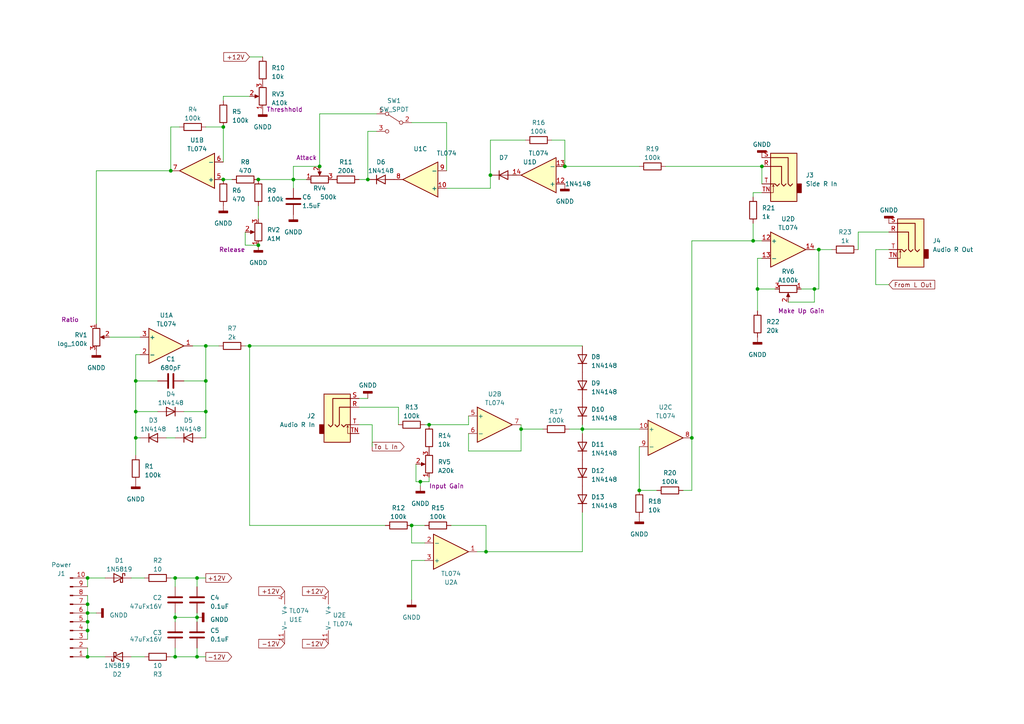
<source format=kicad_sch>
(kicad_sch (version 20230121) (generator eeschema)

  (uuid 10758106-ece4-408e-86f4-42d95a4f3c40)

  (paper "A4")

  (lib_symbols
    (symbol "Amplifier_Operational:TL074" (pin_names (offset 0.127)) (in_bom yes) (on_board yes)
      (property "Reference" "U" (at 0 5.08 0)
        (effects (font (size 1.27 1.27)) (justify left))
      )
      (property "Value" "TL074" (at 0 -5.08 0)
        (effects (font (size 1.27 1.27)) (justify left))
      )
      (property "Footprint" "" (at -1.27 2.54 0)
        (effects (font (size 1.27 1.27)) hide)
      )
      (property "Datasheet" "http://www.ti.com/lit/ds/symlink/tl071.pdf" (at 1.27 5.08 0)
        (effects (font (size 1.27 1.27)) hide)
      )
      (property "ki_locked" "" (at 0 0 0)
        (effects (font (size 1.27 1.27)))
      )
      (property "ki_keywords" "quad opamp" (at 0 0 0)
        (effects (font (size 1.27 1.27)) hide)
      )
      (property "ki_description" "Quad Low-Noise JFET-Input Operational Amplifiers, DIP-14/SOIC-14" (at 0 0 0)
        (effects (font (size 1.27 1.27)) hide)
      )
      (property "ki_fp_filters" "SOIC*3.9x8.7mm*P1.27mm* DIP*W7.62mm* TSSOP*4.4x5mm*P0.65mm* SSOP*5.3x6.2mm*P0.65mm* MSOP*3x3mm*P0.5mm*" (at 0 0 0)
        (effects (font (size 1.27 1.27)) hide)
      )
      (symbol "TL074_1_1"
        (polyline
          (pts
            (xy -5.08 5.08)
            (xy 5.08 0)
            (xy -5.08 -5.08)
            (xy -5.08 5.08)
          )
          (stroke (width 0.254) (type default))
          (fill (type background))
        )
        (pin output line (at 7.62 0 180) (length 2.54)
          (name "~" (effects (font (size 1.27 1.27))))
          (number "1" (effects (font (size 1.27 1.27))))
        )
        (pin input line (at -7.62 -2.54 0) (length 2.54)
          (name "-" (effects (font (size 1.27 1.27))))
          (number "2" (effects (font (size 1.27 1.27))))
        )
        (pin input line (at -7.62 2.54 0) (length 2.54)
          (name "+" (effects (font (size 1.27 1.27))))
          (number "3" (effects (font (size 1.27 1.27))))
        )
      )
      (symbol "TL074_2_1"
        (polyline
          (pts
            (xy -5.08 5.08)
            (xy 5.08 0)
            (xy -5.08 -5.08)
            (xy -5.08 5.08)
          )
          (stroke (width 0.254) (type default))
          (fill (type background))
        )
        (pin input line (at -7.62 2.54 0) (length 2.54)
          (name "+" (effects (font (size 1.27 1.27))))
          (number "5" (effects (font (size 1.27 1.27))))
        )
        (pin input line (at -7.62 -2.54 0) (length 2.54)
          (name "-" (effects (font (size 1.27 1.27))))
          (number "6" (effects (font (size 1.27 1.27))))
        )
        (pin output line (at 7.62 0 180) (length 2.54)
          (name "~" (effects (font (size 1.27 1.27))))
          (number "7" (effects (font (size 1.27 1.27))))
        )
      )
      (symbol "TL074_3_1"
        (polyline
          (pts
            (xy -5.08 5.08)
            (xy 5.08 0)
            (xy -5.08 -5.08)
            (xy -5.08 5.08)
          )
          (stroke (width 0.254) (type default))
          (fill (type background))
        )
        (pin input line (at -7.62 2.54 0) (length 2.54)
          (name "+" (effects (font (size 1.27 1.27))))
          (number "10" (effects (font (size 1.27 1.27))))
        )
        (pin output line (at 7.62 0 180) (length 2.54)
          (name "~" (effects (font (size 1.27 1.27))))
          (number "8" (effects (font (size 1.27 1.27))))
        )
        (pin input line (at -7.62 -2.54 0) (length 2.54)
          (name "-" (effects (font (size 1.27 1.27))))
          (number "9" (effects (font (size 1.27 1.27))))
        )
      )
      (symbol "TL074_4_1"
        (polyline
          (pts
            (xy -5.08 5.08)
            (xy 5.08 0)
            (xy -5.08 -5.08)
            (xy -5.08 5.08)
          )
          (stroke (width 0.254) (type default))
          (fill (type background))
        )
        (pin input line (at -7.62 2.54 0) (length 2.54)
          (name "+" (effects (font (size 1.27 1.27))))
          (number "12" (effects (font (size 1.27 1.27))))
        )
        (pin input line (at -7.62 -2.54 0) (length 2.54)
          (name "-" (effects (font (size 1.27 1.27))))
          (number "13" (effects (font (size 1.27 1.27))))
        )
        (pin output line (at 7.62 0 180) (length 2.54)
          (name "~" (effects (font (size 1.27 1.27))))
          (number "14" (effects (font (size 1.27 1.27))))
        )
      )
      (symbol "TL074_5_1"
        (pin power_in line (at -2.54 -7.62 90) (length 3.81)
          (name "V-" (effects (font (size 1.27 1.27))))
          (number "11" (effects (font (size 1.27 1.27))))
        )
        (pin power_in line (at -2.54 7.62 270) (length 3.81)
          (name "V+" (effects (font (size 1.27 1.27))))
          (number "4" (effects (font (size 1.27 1.27))))
        )
      )
    )
    (symbol "Connector:Conn_01x10_Pin" (pin_names (offset 1.016) hide) (in_bom yes) (on_board yes)
      (property "Reference" "J" (at 0 12.7 0)
        (effects (font (size 1.27 1.27)))
      )
      (property "Value" "Conn_01x10_Pin" (at 0 -15.24 0)
        (effects (font (size 1.27 1.27)))
      )
      (property "Footprint" "" (at 0 0 0)
        (effects (font (size 1.27 1.27)) hide)
      )
      (property "Datasheet" "~" (at 0 0 0)
        (effects (font (size 1.27 1.27)) hide)
      )
      (property "ki_locked" "" (at 0 0 0)
        (effects (font (size 1.27 1.27)))
      )
      (property "ki_keywords" "connector" (at 0 0 0)
        (effects (font (size 1.27 1.27)) hide)
      )
      (property "ki_description" "Generic connector, single row, 01x10, script generated" (at 0 0 0)
        (effects (font (size 1.27 1.27)) hide)
      )
      (property "ki_fp_filters" "Connector*:*_1x??_*" (at 0 0 0)
        (effects (font (size 1.27 1.27)) hide)
      )
      (symbol "Conn_01x10_Pin_1_1"
        (polyline
          (pts
            (xy 1.27 -12.7)
            (xy 0.8636 -12.7)
          )
          (stroke (width 0.1524) (type default))
          (fill (type none))
        )
        (polyline
          (pts
            (xy 1.27 -10.16)
            (xy 0.8636 -10.16)
          )
          (stroke (width 0.1524) (type default))
          (fill (type none))
        )
        (polyline
          (pts
            (xy 1.27 -7.62)
            (xy 0.8636 -7.62)
          )
          (stroke (width 0.1524) (type default))
          (fill (type none))
        )
        (polyline
          (pts
            (xy 1.27 -5.08)
            (xy 0.8636 -5.08)
          )
          (stroke (width 0.1524) (type default))
          (fill (type none))
        )
        (polyline
          (pts
            (xy 1.27 -2.54)
            (xy 0.8636 -2.54)
          )
          (stroke (width 0.1524) (type default))
          (fill (type none))
        )
        (polyline
          (pts
            (xy 1.27 0)
            (xy 0.8636 0)
          )
          (stroke (width 0.1524) (type default))
          (fill (type none))
        )
        (polyline
          (pts
            (xy 1.27 2.54)
            (xy 0.8636 2.54)
          )
          (stroke (width 0.1524) (type default))
          (fill (type none))
        )
        (polyline
          (pts
            (xy 1.27 5.08)
            (xy 0.8636 5.08)
          )
          (stroke (width 0.1524) (type default))
          (fill (type none))
        )
        (polyline
          (pts
            (xy 1.27 7.62)
            (xy 0.8636 7.62)
          )
          (stroke (width 0.1524) (type default))
          (fill (type none))
        )
        (polyline
          (pts
            (xy 1.27 10.16)
            (xy 0.8636 10.16)
          )
          (stroke (width 0.1524) (type default))
          (fill (type none))
        )
        (rectangle (start 0.8636 -12.573) (end 0 -12.827)
          (stroke (width 0.1524) (type default))
          (fill (type outline))
        )
        (rectangle (start 0.8636 -10.033) (end 0 -10.287)
          (stroke (width 0.1524) (type default))
          (fill (type outline))
        )
        (rectangle (start 0.8636 -7.493) (end 0 -7.747)
          (stroke (width 0.1524) (type default))
          (fill (type outline))
        )
        (rectangle (start 0.8636 -4.953) (end 0 -5.207)
          (stroke (width 0.1524) (type default))
          (fill (type outline))
        )
        (rectangle (start 0.8636 -2.413) (end 0 -2.667)
          (stroke (width 0.1524) (type default))
          (fill (type outline))
        )
        (rectangle (start 0.8636 0.127) (end 0 -0.127)
          (stroke (width 0.1524) (type default))
          (fill (type outline))
        )
        (rectangle (start 0.8636 2.667) (end 0 2.413)
          (stroke (width 0.1524) (type default))
          (fill (type outline))
        )
        (rectangle (start 0.8636 5.207) (end 0 4.953)
          (stroke (width 0.1524) (type default))
          (fill (type outline))
        )
        (rectangle (start 0.8636 7.747) (end 0 7.493)
          (stroke (width 0.1524) (type default))
          (fill (type outline))
        )
        (rectangle (start 0.8636 10.287) (end 0 10.033)
          (stroke (width 0.1524) (type default))
          (fill (type outline))
        )
        (pin passive line (at 5.08 10.16 180) (length 3.81)
          (name "Pin_1" (effects (font (size 1.27 1.27))))
          (number "1" (effects (font (size 1.27 1.27))))
        )
        (pin passive line (at 5.08 -12.7 180) (length 3.81)
          (name "Pin_10" (effects (font (size 1.27 1.27))))
          (number "10" (effects (font (size 1.27 1.27))))
        )
        (pin passive line (at 5.08 7.62 180) (length 3.81)
          (name "Pin_2" (effects (font (size 1.27 1.27))))
          (number "2" (effects (font (size 1.27 1.27))))
        )
        (pin passive line (at 5.08 5.08 180) (length 3.81)
          (name "Pin_3" (effects (font (size 1.27 1.27))))
          (number "3" (effects (font (size 1.27 1.27))))
        )
        (pin passive line (at 5.08 2.54 180) (length 3.81)
          (name "Pin_4" (effects (font (size 1.27 1.27))))
          (number "4" (effects (font (size 1.27 1.27))))
        )
        (pin passive line (at 5.08 0 180) (length 3.81)
          (name "Pin_5" (effects (font (size 1.27 1.27))))
          (number "5" (effects (font (size 1.27 1.27))))
        )
        (pin passive line (at 5.08 -2.54 180) (length 3.81)
          (name "Pin_6" (effects (font (size 1.27 1.27))))
          (number "6" (effects (font (size 1.27 1.27))))
        )
        (pin passive line (at 5.08 -5.08 180) (length 3.81)
          (name "Pin_7" (effects (font (size 1.27 1.27))))
          (number "7" (effects (font (size 1.27 1.27))))
        )
        (pin passive line (at 5.08 -7.62 180) (length 3.81)
          (name "Pin_8" (effects (font (size 1.27 1.27))))
          (number "8" (effects (font (size 1.27 1.27))))
        )
        (pin passive line (at 5.08 -10.16 180) (length 3.81)
          (name "Pin_9" (effects (font (size 1.27 1.27))))
          (number "9" (effects (font (size 1.27 1.27))))
        )
      )
    )
    (symbol "Connector_Audio:AudioJack3_SwitchT" (in_bom yes) (on_board yes)
      (property "Reference" "J" (at 0 8.89 0)
        (effects (font (size 1.27 1.27)))
      )
      (property "Value" "AudioJack3_SwitchT" (at 0 6.35 0)
        (effects (font (size 1.27 1.27)))
      )
      (property "Footprint" "" (at 0 0 0)
        (effects (font (size 1.27 1.27)) hide)
      )
      (property "Datasheet" "~" (at 0 0 0)
        (effects (font (size 1.27 1.27)) hide)
      )
      (property "ki_keywords" "audio jack receptacle stereo headphones phones TRS connector" (at 0 0 0)
        (effects (font (size 1.27 1.27)) hide)
      )
      (property "ki_description" "Audio Jack, 3 Poles (Stereo / TRS), Switched T Pole (Normalling)" (at 0 0 0)
        (effects (font (size 1.27 1.27)) hide)
      )
      (property "ki_fp_filters" "Jack*" (at 0 0 0)
        (effects (font (size 1.27 1.27)) hide)
      )
      (symbol "AudioJack3_SwitchT_0_1"
        (rectangle (start -5.08 -5.08) (end -6.35 -7.62)
          (stroke (width 0.254) (type default))
          (fill (type outline))
        )
        (polyline
          (pts
            (xy 1.778 -5.334)
            (xy 2.032 -5.842)
          )
          (stroke (width 0) (type default))
          (fill (type none))
        )
        (polyline
          (pts
            (xy 0 -5.08)
            (xy 0.635 -5.715)
            (xy 1.27 -5.08)
            (xy 2.54 -5.08)
          )
          (stroke (width 0.254) (type default))
          (fill (type none))
        )
        (polyline
          (pts
            (xy 2.54 -7.62)
            (xy 1.778 -7.62)
            (xy 1.778 -5.334)
            (xy 1.524 -5.842)
          )
          (stroke (width 0) (type default))
          (fill (type none))
        )
        (polyline
          (pts
            (xy -1.905 -5.08)
            (xy -1.27 -5.715)
            (xy -0.635 -5.08)
            (xy -0.635 0)
            (xy 2.54 0)
          )
          (stroke (width 0.254) (type default))
          (fill (type none))
        )
        (polyline
          (pts
            (xy 2.54 2.54)
            (xy -2.54 2.54)
            (xy -2.54 -5.08)
            (xy -3.175 -5.715)
            (xy -3.81 -5.08)
          )
          (stroke (width 0.254) (type default))
          (fill (type none))
        )
        (rectangle (start 2.54 3.81) (end -5.08 -10.16)
          (stroke (width 0.254) (type default))
          (fill (type background))
        )
      )
      (symbol "AudioJack3_SwitchT_1_1"
        (pin passive line (at 5.08 0 180) (length 2.54)
          (name "~" (effects (font (size 1.27 1.27))))
          (number "R" (effects (font (size 1.27 1.27))))
        )
        (pin passive line (at 5.08 2.54 180) (length 2.54)
          (name "~" (effects (font (size 1.27 1.27))))
          (number "S" (effects (font (size 1.27 1.27))))
        )
        (pin passive line (at 5.08 -5.08 180) (length 2.54)
          (name "~" (effects (font (size 1.27 1.27))))
          (number "T" (effects (font (size 1.27 1.27))))
        )
        (pin passive line (at 5.08 -7.62 180) (length 2.54)
          (name "~" (effects (font (size 1.27 1.27))))
          (number "TN" (effects (font (size 1.27 1.27))))
        )
      )
    )
    (symbol "Device:C" (pin_numbers hide) (pin_names (offset 0.254)) (in_bom yes) (on_board yes)
      (property "Reference" "C" (at 0.635 2.54 0)
        (effects (font (size 1.27 1.27)) (justify left))
      )
      (property "Value" "C" (at 0.635 -2.54 0)
        (effects (font (size 1.27 1.27)) (justify left))
      )
      (property "Footprint" "" (at 0.9652 -3.81 0)
        (effects (font (size 1.27 1.27)) hide)
      )
      (property "Datasheet" "~" (at 0 0 0)
        (effects (font (size 1.27 1.27)) hide)
      )
      (property "ki_keywords" "cap capacitor" (at 0 0 0)
        (effects (font (size 1.27 1.27)) hide)
      )
      (property "ki_description" "Unpolarized capacitor" (at 0 0 0)
        (effects (font (size 1.27 1.27)) hide)
      )
      (property "ki_fp_filters" "C_*" (at 0 0 0)
        (effects (font (size 1.27 1.27)) hide)
      )
      (symbol "C_0_1"
        (polyline
          (pts
            (xy -2.032 -0.762)
            (xy 2.032 -0.762)
          )
          (stroke (width 0.508) (type default))
          (fill (type none))
        )
        (polyline
          (pts
            (xy -2.032 0.762)
            (xy 2.032 0.762)
          )
          (stroke (width 0.508) (type default))
          (fill (type none))
        )
      )
      (symbol "C_1_1"
        (pin passive line (at 0 3.81 270) (length 2.794)
          (name "~" (effects (font (size 1.27 1.27))))
          (number "1" (effects (font (size 1.27 1.27))))
        )
        (pin passive line (at 0 -3.81 90) (length 2.794)
          (name "~" (effects (font (size 1.27 1.27))))
          (number "2" (effects (font (size 1.27 1.27))))
        )
      )
    )
    (symbol "Device:R" (pin_numbers hide) (pin_names (offset 0)) (in_bom yes) (on_board yes)
      (property "Reference" "R" (at 2.032 0 90)
        (effects (font (size 1.27 1.27)))
      )
      (property "Value" "R" (at 0 0 90)
        (effects (font (size 1.27 1.27)))
      )
      (property "Footprint" "" (at -1.778 0 90)
        (effects (font (size 1.27 1.27)) hide)
      )
      (property "Datasheet" "~" (at 0 0 0)
        (effects (font (size 1.27 1.27)) hide)
      )
      (property "ki_keywords" "R res resistor" (at 0 0 0)
        (effects (font (size 1.27 1.27)) hide)
      )
      (property "ki_description" "Resistor" (at 0 0 0)
        (effects (font (size 1.27 1.27)) hide)
      )
      (property "ki_fp_filters" "R_*" (at 0 0 0)
        (effects (font (size 1.27 1.27)) hide)
      )
      (symbol "R_0_1"
        (rectangle (start -1.016 -2.54) (end 1.016 2.54)
          (stroke (width 0.254) (type default))
          (fill (type none))
        )
      )
      (symbol "R_1_1"
        (pin passive line (at 0 3.81 270) (length 1.27)
          (name "~" (effects (font (size 1.27 1.27))))
          (number "1" (effects (font (size 1.27 1.27))))
        )
        (pin passive line (at 0 -3.81 90) (length 1.27)
          (name "~" (effects (font (size 1.27 1.27))))
          (number "2" (effects (font (size 1.27 1.27))))
        )
      )
    )
    (symbol "Device:R_Potentiometer" (pin_names (offset 1.016) hide) (in_bom yes) (on_board yes)
      (property "Reference" "RV" (at -4.445 0 90)
        (effects (font (size 1.27 1.27)))
      )
      (property "Value" "R_Potentiometer" (at -2.54 0 90)
        (effects (font (size 1.27 1.27)))
      )
      (property "Footprint" "" (at 0 0 0)
        (effects (font (size 1.27 1.27)) hide)
      )
      (property "Datasheet" "~" (at 0 0 0)
        (effects (font (size 1.27 1.27)) hide)
      )
      (property "ki_keywords" "resistor variable" (at 0 0 0)
        (effects (font (size 1.27 1.27)) hide)
      )
      (property "ki_description" "Potentiometer" (at 0 0 0)
        (effects (font (size 1.27 1.27)) hide)
      )
      (property "ki_fp_filters" "Potentiometer*" (at 0 0 0)
        (effects (font (size 1.27 1.27)) hide)
      )
      (symbol "R_Potentiometer_0_1"
        (polyline
          (pts
            (xy 2.54 0)
            (xy 1.524 0)
          )
          (stroke (width 0) (type default))
          (fill (type none))
        )
        (polyline
          (pts
            (xy 1.143 0)
            (xy 2.286 0.508)
            (xy 2.286 -0.508)
            (xy 1.143 0)
          )
          (stroke (width 0) (type default))
          (fill (type outline))
        )
        (rectangle (start 1.016 2.54) (end -1.016 -2.54)
          (stroke (width 0.254) (type default))
          (fill (type none))
        )
      )
      (symbol "R_Potentiometer_1_1"
        (pin passive line (at 0 3.81 270) (length 1.27)
          (name "1" (effects (font (size 1.27 1.27))))
          (number "1" (effects (font (size 1.27 1.27))))
        )
        (pin passive line (at 3.81 0 180) (length 1.27)
          (name "2" (effects (font (size 1.27 1.27))))
          (number "2" (effects (font (size 1.27 1.27))))
        )
        (pin passive line (at 0 -3.81 90) (length 1.27)
          (name "3" (effects (font (size 1.27 1.27))))
          (number "3" (effects (font (size 1.27 1.27))))
        )
      )
    )
    (symbol "Diode:1N4148" (pin_numbers hide) (pin_names hide) (in_bom yes) (on_board yes)
      (property "Reference" "D" (at 0 2.54 0)
        (effects (font (size 1.27 1.27)))
      )
      (property "Value" "1N4148" (at 0 -2.54 0)
        (effects (font (size 1.27 1.27)))
      )
      (property "Footprint" "Diode_THT:D_DO-35_SOD27_P7.62mm_Horizontal" (at 0 0 0)
        (effects (font (size 1.27 1.27)) hide)
      )
      (property "Datasheet" "https://assets.nexperia.com/documents/data-sheet/1N4148_1N4448.pdf" (at 0 0 0)
        (effects (font (size 1.27 1.27)) hide)
      )
      (property "Sim.Device" "D" (at 0 0 0)
        (effects (font (size 1.27 1.27)) hide)
      )
      (property "Sim.Pins" "1=K 2=A" (at 0 0 0)
        (effects (font (size 1.27 1.27)) hide)
      )
      (property "ki_keywords" "diode" (at 0 0 0)
        (effects (font (size 1.27 1.27)) hide)
      )
      (property "ki_description" "100V 0.15A standard switching diode, DO-35" (at 0 0 0)
        (effects (font (size 1.27 1.27)) hide)
      )
      (property "ki_fp_filters" "D*DO?35*" (at 0 0 0)
        (effects (font (size 1.27 1.27)) hide)
      )
      (symbol "1N4148_0_1"
        (polyline
          (pts
            (xy -1.27 1.27)
            (xy -1.27 -1.27)
          )
          (stroke (width 0.254) (type default))
          (fill (type none))
        )
        (polyline
          (pts
            (xy 1.27 0)
            (xy -1.27 0)
          )
          (stroke (width 0) (type default))
          (fill (type none))
        )
        (polyline
          (pts
            (xy 1.27 1.27)
            (xy 1.27 -1.27)
            (xy -1.27 0)
            (xy 1.27 1.27)
          )
          (stroke (width 0.254) (type default))
          (fill (type none))
        )
      )
      (symbol "1N4148_1_1"
        (pin passive line (at -3.81 0 0) (length 2.54)
          (name "K" (effects (font (size 1.27 1.27))))
          (number "1" (effects (font (size 1.27 1.27))))
        )
        (pin passive line (at 3.81 0 180) (length 2.54)
          (name "A" (effects (font (size 1.27 1.27))))
          (number "2" (effects (font (size 1.27 1.27))))
        )
      )
    )
    (symbol "Diode:1N5819" (pin_numbers hide) (pin_names (offset 1.016) hide) (in_bom yes) (on_board yes)
      (property "Reference" "D" (at 0 2.54 0)
        (effects (font (size 1.27 1.27)))
      )
      (property "Value" "1N5819" (at 0 -2.54 0)
        (effects (font (size 1.27 1.27)))
      )
      (property "Footprint" "Diode_THT:D_DO-41_SOD81_P10.16mm_Horizontal" (at 0 -4.445 0)
        (effects (font (size 1.27 1.27)) hide)
      )
      (property "Datasheet" "http://www.vishay.com/docs/88525/1n5817.pdf" (at 0 0 0)
        (effects (font (size 1.27 1.27)) hide)
      )
      (property "ki_keywords" "diode Schottky" (at 0 0 0)
        (effects (font (size 1.27 1.27)) hide)
      )
      (property "ki_description" "40V 1A Schottky Barrier Rectifier Diode, DO-41" (at 0 0 0)
        (effects (font (size 1.27 1.27)) hide)
      )
      (property "ki_fp_filters" "D*DO?41*" (at 0 0 0)
        (effects (font (size 1.27 1.27)) hide)
      )
      (symbol "1N5819_0_1"
        (polyline
          (pts
            (xy 1.27 0)
            (xy -1.27 0)
          )
          (stroke (width 0) (type default))
          (fill (type none))
        )
        (polyline
          (pts
            (xy 1.27 1.27)
            (xy 1.27 -1.27)
            (xy -1.27 0)
            (xy 1.27 1.27)
          )
          (stroke (width 0.254) (type default))
          (fill (type none))
        )
        (polyline
          (pts
            (xy -1.905 0.635)
            (xy -1.905 1.27)
            (xy -1.27 1.27)
            (xy -1.27 -1.27)
            (xy -0.635 -1.27)
            (xy -0.635 -0.635)
          )
          (stroke (width 0.254) (type default))
          (fill (type none))
        )
      )
      (symbol "1N5819_1_1"
        (pin passive line (at -3.81 0 0) (length 2.54)
          (name "K" (effects (font (size 1.27 1.27))))
          (number "1" (effects (font (size 1.27 1.27))))
        )
        (pin passive line (at 3.81 0 180) (length 2.54)
          (name "A" (effects (font (size 1.27 1.27))))
          (number "2" (effects (font (size 1.27 1.27))))
        )
      )
    )
    (symbol "Switch:SW_SPDT" (pin_names (offset 0) hide) (in_bom yes) (on_board yes)
      (property "Reference" "SW" (at 0 4.318 0)
        (effects (font (size 1.27 1.27)))
      )
      (property "Value" "SW_SPDT" (at 0 -5.08 0)
        (effects (font (size 1.27 1.27)))
      )
      (property "Footprint" "" (at 0 0 0)
        (effects (font (size 1.27 1.27)) hide)
      )
      (property "Datasheet" "~" (at 0 0 0)
        (effects (font (size 1.27 1.27)) hide)
      )
      (property "ki_keywords" "switch single-pole double-throw spdt ON-ON" (at 0 0 0)
        (effects (font (size 1.27 1.27)) hide)
      )
      (property "ki_description" "Switch, single pole double throw" (at 0 0 0)
        (effects (font (size 1.27 1.27)) hide)
      )
      (symbol "SW_SPDT_0_0"
        (circle (center -2.032 0) (radius 0.508)
          (stroke (width 0) (type default))
          (fill (type none))
        )
        (circle (center 2.032 -2.54) (radius 0.508)
          (stroke (width 0) (type default))
          (fill (type none))
        )
      )
      (symbol "SW_SPDT_0_1"
        (polyline
          (pts
            (xy -1.524 0.254)
            (xy 1.651 2.286)
          )
          (stroke (width 0) (type default))
          (fill (type none))
        )
        (circle (center 2.032 2.54) (radius 0.508)
          (stroke (width 0) (type default))
          (fill (type none))
        )
      )
      (symbol "SW_SPDT_1_1"
        (pin passive line (at 5.08 2.54 180) (length 2.54)
          (name "A" (effects (font (size 1.27 1.27))))
          (number "1" (effects (font (size 1.27 1.27))))
        )
        (pin passive line (at -5.08 0 0) (length 2.54)
          (name "B" (effects (font (size 1.27 1.27))))
          (number "2" (effects (font (size 1.27 1.27))))
        )
        (pin passive line (at 5.08 -2.54 180) (length 2.54)
          (name "C" (effects (font (size 1.27 1.27))))
          (number "3" (effects (font (size 1.27 1.27))))
        )
      )
    )
    (symbol "power:GNDD" (power) (pin_names (offset 0)) (in_bom yes) (on_board yes)
      (property "Reference" "#PWR" (at 0 -6.35 0)
        (effects (font (size 1.27 1.27)) hide)
      )
      (property "Value" "GNDD" (at 0 -3.175 0)
        (effects (font (size 1.27 1.27)))
      )
      (property "Footprint" "" (at 0 0 0)
        (effects (font (size 1.27 1.27)) hide)
      )
      (property "Datasheet" "" (at 0 0 0)
        (effects (font (size 1.27 1.27)) hide)
      )
      (property "ki_keywords" "global power" (at 0 0 0)
        (effects (font (size 1.27 1.27)) hide)
      )
      (property "ki_description" "Power symbol creates a global label with name \"GNDD\" , digital ground" (at 0 0 0)
        (effects (font (size 1.27 1.27)) hide)
      )
      (symbol "GNDD_0_1"
        (rectangle (start -1.27 -1.524) (end 1.27 -2.032)
          (stroke (width 0.254) (type default))
          (fill (type outline))
        )
        (polyline
          (pts
            (xy 0 0)
            (xy 0 -1.524)
          )
          (stroke (width 0) (type default))
          (fill (type none))
        )
      )
      (symbol "GNDD_1_1"
        (pin power_in line (at 0 0 270) (length 0) hide
          (name "GNDD" (effects (font (size 1.27 1.27))))
          (number "1" (effects (font (size 1.27 1.27))))
        )
      )
    )
  )

  (junction (at 57.15 167.64) (diameter 0) (color 0 0 0 0)
    (uuid 06de90cd-78d9-43a4-b33d-4f25128f96ef)
  )
  (junction (at 220.98 48.26) (diameter 0) (color 0 0 0 0)
    (uuid 0ada950a-7be9-430e-bc8c-871fcdc47b34)
  )
  (junction (at 74.93 52.07) (diameter 0) (color 0 0 0 0)
    (uuid 0e8e84e1-f5aa-4324-ba41-804ebaeb3eaf)
  )
  (junction (at 50.8 179.07) (diameter 0) (color 0 0 0 0)
    (uuid 18735bc5-b470-458c-8c5f-751dbe3727d2)
  )
  (junction (at 57.15 179.07) (diameter 0) (color 0 0 0 0)
    (uuid 285fbb85-0fcc-4500-9d59-ddbb3f3fd72a)
  )
  (junction (at 59.69 119.38) (diameter 0) (color 0 0 0 0)
    (uuid 2f91a68c-3b81-4458-b986-da1f77026816)
  )
  (junction (at 200.66 127) (diameter 0) (color 0 0 0 0)
    (uuid 3b2eb41d-92bf-4c32-acf5-e5cd0b258403)
  )
  (junction (at 25.4 167.64) (diameter 0) (color 0 0 0 0)
    (uuid 3ed6e113-c748-4ebc-84c9-c307e54db6f1)
  )
  (junction (at 49.53 49.53) (diameter 0) (color 0 0 0 0)
    (uuid 47364fa2-7bda-4300-953f-6c9831a63b23)
  )
  (junction (at 25.4 182.88) (diameter 0) (color 0 0 0 0)
    (uuid 4a78990b-f87f-40c4-a48e-1d8ebdf2a277)
  )
  (junction (at 142.24 50.8) (diameter 0) (color 0 0 0 0)
    (uuid 4ef65265-9f94-428e-af3f-ddcda40a41fe)
  )
  (junction (at 185.42 142.24) (diameter 0) (color 0 0 0 0)
    (uuid 51f17b88-d819-453b-aaee-97ee9a4c675f)
  )
  (junction (at 39.37 110.49) (diameter 0) (color 0 0 0 0)
    (uuid 54ae88cb-f5ec-42d5-b245-71e9715b3b3b)
  )
  (junction (at 50.8 190.5) (diameter 0) (color 0 0 0 0)
    (uuid 5e5f613b-d602-4882-b2a9-205d09e40274)
  )
  (junction (at 85.09 52.07) (diameter 0) (color 0 0 0 0)
    (uuid 615146d5-63ff-47af-acb1-83b289f482ed)
  )
  (junction (at 74.93 71.12) (diameter 0) (color 0 0 0 0)
    (uuid 70750284-1226-400e-b8ea-4879a96f7d78)
  )
  (junction (at 163.83 48.26) (diameter 0) (color 0 0 0 0)
    (uuid 726c554d-7887-4b5d-821e-3ecb5ca4120d)
  )
  (junction (at 218.44 69.85) (diameter 0) (color 0 0 0 0)
    (uuid 7326a420-9374-41ef-ae5b-efc81ae8bb67)
  )
  (junction (at 151.13 124.46) (diameter 0) (color 0 0 0 0)
    (uuid 80681a9e-8c62-426b-841f-776ed7217f50)
  )
  (junction (at 140.97 160.02) (diameter 0) (color 0 0 0 0)
    (uuid 84883a36-df33-4972-8413-9111ffa06432)
  )
  (junction (at 72.39 100.33) (diameter 0) (color 0 0 0 0)
    (uuid 86a963ea-949e-485d-8325-854856b09186)
  )
  (junction (at 39.37 127) (diameter 0) (color 0 0 0 0)
    (uuid 86c68e66-8170-4128-a7b5-f2393e058b71)
  )
  (junction (at 64.77 52.07) (diameter 0) (color 0 0 0 0)
    (uuid 8f74f862-5339-4e08-b3c1-c0c268d5df80)
  )
  (junction (at 25.4 180.34) (diameter 0) (color 0 0 0 0)
    (uuid 9040d406-92fb-4ea3-b151-acffa708cb19)
  )
  (junction (at 39.37 119.38) (diameter 0) (color 0 0 0 0)
    (uuid a40b0823-a1d0-45cb-bcb4-2b13f0f090b2)
  )
  (junction (at 50.8 167.64) (diameter 0) (color 0 0 0 0)
    (uuid a6aede75-985d-4b05-8725-7d8c8424a054)
  )
  (junction (at 57.15 190.5) (diameter 0) (color 0 0 0 0)
    (uuid a70c601e-b274-4097-a1b0-a0f0f38f3897)
  )
  (junction (at 119.38 152.4) (diameter 0) (color 0 0 0 0)
    (uuid ac4eeffd-839e-4801-a3c8-6c094c6ec078)
  )
  (junction (at 168.91 124.46) (diameter 0) (color 0 0 0 0)
    (uuid ac67924a-1dcf-478a-8519-3917db67f422)
  )
  (junction (at 59.69 110.49) (diameter 0) (color 0 0 0 0)
    (uuid b471b912-b122-4581-9d83-7345f2ffcf8a)
  )
  (junction (at 237.49 72.39) (diameter 0) (color 0 0 0 0)
    (uuid bcbc8082-6585-4071-94af-62d3f4bfc8bd)
  )
  (junction (at 236.22 83.82) (diameter 0) (color 0 0 0 0)
    (uuid bd7359b5-f5ea-48d2-b9f9-2156e2d91ac0)
  )
  (junction (at 59.69 100.33) (diameter 0) (color 0 0 0 0)
    (uuid c08bcc38-5f09-4540-9dea-1d20d0e698c1)
  )
  (junction (at 92.71 48.26) (diameter 0) (color 0 0 0 0)
    (uuid c1181581-d4f2-449b-a5d0-7a30509b1bd6)
  )
  (junction (at 219.71 83.82) (diameter 0) (color 0 0 0 0)
    (uuid c736a832-d7f6-48ba-bf8f-338a10886fce)
  )
  (junction (at 25.4 190.5) (diameter 0) (color 0 0 0 0)
    (uuid ced979a8-4b40-4887-9dd6-9b629ce3dfe8)
  )
  (junction (at 64.77 36.83) (diameter 0) (color 0 0 0 0)
    (uuid daad9425-fe70-4d2b-9164-6df1836c0ef2)
  )
  (junction (at 25.4 177.8) (diameter 0) (color 0 0 0 0)
    (uuid e2386d6f-4406-4881-babb-d982f1cee56f)
  )
  (junction (at 121.92 139.7) (diameter 0) (color 0 0 0 0)
    (uuid e4579862-73b1-48d0-905e-49242b0d46c1)
  )
  (junction (at 124.46 123.19) (diameter 0) (color 0 0 0 0)
    (uuid e499c57d-9a5e-49d0-8cc9-500045e9edb0)
  )
  (junction (at 25.4 175.26) (diameter 0) (color 0 0 0 0)
    (uuid e65cb05c-ab57-4317-8b07-93a937ee3160)
  )
  (junction (at 106.68 52.07) (diameter 0) (color 0 0 0 0)
    (uuid e86eecf9-5a46-495e-8650-571cd43f115e)
  )

  (wire (pts (xy 219.71 90.17) (xy 219.71 83.82))
    (stroke (width 0) (type default))
    (uuid 00f67c35-d0b5-44a6-aad7-2d157bfe67f4)
  )
  (wire (pts (xy 72.39 152.4) (xy 111.76 152.4))
    (stroke (width 0) (type default))
    (uuid 01ae3fcd-d68e-49f9-8fb6-4857fd900dcd)
  )
  (wire (pts (xy 71.12 67.31) (xy 71.12 71.12))
    (stroke (width 0) (type default))
    (uuid 0341be5c-3297-466d-8e19-7f17df974df3)
  )
  (wire (pts (xy 57.15 170.18) (xy 57.15 167.64))
    (stroke (width 0) (type default))
    (uuid 035ee411-75f4-4d67-9f11-9efd878e927a)
  )
  (wire (pts (xy 64.77 29.21) (xy 64.77 27.94))
    (stroke (width 0) (type default))
    (uuid 07b4e4c6-779f-4c1d-a96f-099f79e77d09)
  )
  (wire (pts (xy 72.39 100.33) (xy 168.91 100.33))
    (stroke (width 0) (type default))
    (uuid 0b78348b-5a48-4884-8503-6dbbef158b62)
  )
  (wire (pts (xy 218.44 69.85) (xy 200.66 69.85))
    (stroke (width 0) (type default))
    (uuid 0b87c8ee-96d1-46dd-bd53-347629e14d31)
  )
  (wire (pts (xy 237.49 83.82) (xy 236.22 83.82))
    (stroke (width 0) (type default))
    (uuid 0c67a1f0-683d-4a35-8d39-bbda92381169)
  )
  (wire (pts (xy 38.1 167.64) (xy 41.91 167.64))
    (stroke (width 0) (type default))
    (uuid 1323ec6e-a52e-4573-a9bf-dab64fc162c9)
  )
  (wire (pts (xy 109.22 38.1) (xy 106.68 38.1))
    (stroke (width 0) (type default))
    (uuid 175c2f22-776e-4426-92a7-f5f7e9b9c1e9)
  )
  (wire (pts (xy 140.97 152.4) (xy 140.97 160.02))
    (stroke (width 0) (type default))
    (uuid 177285ef-1f30-4514-969e-590fdae9e860)
  )
  (wire (pts (xy 53.34 110.49) (xy 59.69 110.49))
    (stroke (width 0) (type default))
    (uuid 187ead38-9a7f-4cde-8a4f-79438f9cf179)
  )
  (wire (pts (xy 59.69 127) (xy 58.42 127))
    (stroke (width 0) (type default))
    (uuid 188a0923-0b61-45d9-8a9c-800c55d7a5d3)
  )
  (wire (pts (xy 85.09 48.26) (xy 85.09 52.07))
    (stroke (width 0) (type default))
    (uuid 1900b899-851a-4046-8f78-9a58657e7a06)
  )
  (wire (pts (xy 236.22 83.82) (xy 232.41 83.82))
    (stroke (width 0) (type default))
    (uuid 1b544ae2-a715-4c57-bc17-8f3fb1f554a8)
  )
  (wire (pts (xy 151.13 124.46) (xy 151.13 130.81))
    (stroke (width 0) (type default))
    (uuid 1f1add9f-0e64-412d-811d-9aca2cbc93be)
  )
  (wire (pts (xy 218.44 69.85) (xy 220.98 69.85))
    (stroke (width 0) (type default))
    (uuid 1f89a839-d307-4a09-bbce-c9bc6778017c)
  )
  (wire (pts (xy 248.92 72.39) (xy 248.92 67.31))
    (stroke (width 0) (type default))
    (uuid 20186f1d-10c8-4e63-8cb6-ea84d31c33b7)
  )
  (wire (pts (xy 25.4 182.88) (xy 25.4 185.42))
    (stroke (width 0) (type default))
    (uuid 206d078f-50eb-48f2-a084-76153c261c1c)
  )
  (wire (pts (xy 25.4 177.8) (xy 25.4 180.34))
    (stroke (width 0) (type default))
    (uuid 208a9f83-d3ee-47d0-b684-e3946eb61770)
  )
  (wire (pts (xy 185.42 124.46) (xy 168.91 124.46))
    (stroke (width 0) (type default))
    (uuid 220b4ac5-7a71-424b-8427-045b012a6088)
  )
  (wire (pts (xy 237.49 72.39) (xy 236.22 72.39))
    (stroke (width 0) (type default))
    (uuid 241e9803-acef-4db2-b336-d4d3c8c5b02a)
  )
  (wire (pts (xy 198.12 142.24) (xy 200.66 142.24))
    (stroke (width 0) (type default))
    (uuid 24add77a-c935-4b8e-a268-36399aac0a22)
  )
  (wire (pts (xy 39.37 119.38) (xy 39.37 127))
    (stroke (width 0) (type default))
    (uuid 260af99f-56cb-4596-9ad8-9889008a1b0e)
  )
  (wire (pts (xy 121.92 139.7) (xy 121.92 140.97))
    (stroke (width 0) (type default))
    (uuid 29656a8b-8010-4e0e-83f9-b79477f163d3)
  )
  (wire (pts (xy 49.53 167.64) (xy 50.8 167.64))
    (stroke (width 0) (type default))
    (uuid 2a4c545b-30e1-4630-9ac4-cbdce275e9ea)
  )
  (wire (pts (xy 236.22 83.82) (xy 236.22 87.63))
    (stroke (width 0) (type default))
    (uuid 2cea44ef-ba85-444d-b9f0-7919e41d3e76)
  )
  (wire (pts (xy 25.4 190.5) (xy 30.48 190.5))
    (stroke (width 0) (type default))
    (uuid 2d7431b7-c63d-4608-aa8d-162c8281783b)
  )
  (wire (pts (xy 236.22 87.63) (xy 228.6 87.63))
    (stroke (width 0) (type default))
    (uuid 30962111-4db6-4569-8865-1f204768e826)
  )
  (wire (pts (xy 163.83 40.64) (xy 163.83 48.26))
    (stroke (width 0) (type default))
    (uuid 30bf8c10-e835-4c41-819a-9c3619c740d6)
  )
  (wire (pts (xy 64.77 27.94) (xy 72.39 27.94))
    (stroke (width 0) (type default))
    (uuid 332b0e2d-5129-4635-be20-458036848e8a)
  )
  (wire (pts (xy 107.95 123.19) (xy 107.95 129.54))
    (stroke (width 0) (type default))
    (uuid 35cab3dc-6c14-4503-ab42-1d8a5f9e034e)
  )
  (wire (pts (xy 152.4 40.64) (xy 142.24 40.64))
    (stroke (width 0) (type default))
    (uuid 3ab6a765-0efb-49d1-8f28-4ad5932e17de)
  )
  (wire (pts (xy 193.04 48.26) (xy 220.98 48.26))
    (stroke (width 0) (type default))
    (uuid 3ef81162-46f0-4d89-962f-275ebf214ae0)
  )
  (wire (pts (xy 237.49 72.39) (xy 241.3 72.39))
    (stroke (width 0) (type default))
    (uuid 40c5228b-d200-4269-838e-df790f7c0369)
  )
  (wire (pts (xy 254 72.39) (xy 254 82.55))
    (stroke (width 0) (type default))
    (uuid 42f14c31-b26d-4ef1-94d8-18581028ff86)
  )
  (wire (pts (xy 119.38 162.56) (xy 119.38 173.99))
    (stroke (width 0) (type default))
    (uuid 432a0e8e-c1d3-4c6b-9795-61de29475b90)
  )
  (wire (pts (xy 59.69 100.33) (xy 63.5 100.33))
    (stroke (width 0) (type default))
    (uuid 4605541b-14e2-47e9-9c88-0d9271af5334)
  )
  (wire (pts (xy 25.4 180.34) (xy 25.4 182.88))
    (stroke (width 0) (type default))
    (uuid 4793b24d-2d9a-425f-8f85-4723eecee22e)
  )
  (wire (pts (xy 92.71 48.26) (xy 85.09 48.26))
    (stroke (width 0) (type default))
    (uuid 4f8bb466-7533-4ee2-ae85-bb6bd73fd2a2)
  )
  (wire (pts (xy 25.4 177.8) (xy 27.94 177.8))
    (stroke (width 0) (type default))
    (uuid 506400a3-9c1d-4431-a9aa-186ed256d0c6)
  )
  (wire (pts (xy 129.54 49.53) (xy 129.54 35.56))
    (stroke (width 0) (type default))
    (uuid 514c4129-9a10-4628-9858-69ec4938c04e)
  )
  (wire (pts (xy 25.4 187.96) (xy 25.4 190.5))
    (stroke (width 0) (type default))
    (uuid 51a1808c-8122-4540-85c8-48dd6ad7cdd2)
  )
  (wire (pts (xy 50.8 179.07) (xy 57.15 179.07))
    (stroke (width 0) (type default))
    (uuid 5383fcc4-3a6f-4e12-95bb-3a0fef41647a)
  )
  (wire (pts (xy 160.02 40.64) (xy 163.83 40.64))
    (stroke (width 0) (type default))
    (uuid 5a3660bd-3999-4f26-9dcf-11fc6eec4781)
  )
  (wire (pts (xy 254 72.39) (xy 257.81 72.39))
    (stroke (width 0) (type default))
    (uuid 606f729c-9621-4775-af37-f00585e82fe6)
  )
  (wire (pts (xy 74.93 52.07) (xy 85.09 52.07))
    (stroke (width 0) (type default))
    (uuid 61735524-fa89-4315-b83c-6a92d56352fc)
  )
  (wire (pts (xy 39.37 127) (xy 39.37 132.08))
    (stroke (width 0) (type default))
    (uuid 620ab1ce-b8dd-4083-bf4c-bc63f6c76fb7)
  )
  (wire (pts (xy 219.71 83.82) (xy 219.71 74.93))
    (stroke (width 0) (type default))
    (uuid 62501ed0-66cd-4fa9-9a77-9ef33102b6cf)
  )
  (wire (pts (xy 123.19 152.4) (xy 119.38 152.4))
    (stroke (width 0) (type default))
    (uuid 663ff113-27ad-480e-a2b2-7ed23538cfa7)
  )
  (wire (pts (xy 135.89 123.19) (xy 135.89 120.65))
    (stroke (width 0) (type default))
    (uuid 66a2c22e-a0e2-4250-aaa6-62063be4a4f7)
  )
  (wire (pts (xy 59.69 110.49) (xy 59.69 119.38))
    (stroke (width 0) (type default))
    (uuid 69b804ad-a29c-4f6e-90ea-9405442696ec)
  )
  (wire (pts (xy 50.8 179.07) (xy 50.8 180.34))
    (stroke (width 0) (type default))
    (uuid 6a2ed98e-1bcc-4dda-93c5-ca14ffa5b47a)
  )
  (wire (pts (xy 57.15 187.96) (xy 57.15 190.5))
    (stroke (width 0) (type default))
    (uuid 6ced7222-4b60-43f5-bf03-010c6b37ed1d)
  )
  (wire (pts (xy 218.44 64.77) (xy 218.44 69.85))
    (stroke (width 0) (type default))
    (uuid 734c2db9-2f9e-4c2e-ab97-45f5cd972866)
  )
  (wire (pts (xy 123.19 123.19) (xy 124.46 123.19))
    (stroke (width 0) (type default))
    (uuid 74ee6736-5c7c-41b3-8344-00648080beb6)
  )
  (wire (pts (xy 55.88 100.33) (xy 59.69 100.33))
    (stroke (width 0) (type default))
    (uuid 74fa62a3-b6cf-4f39-bb04-783aa4331c30)
  )
  (wire (pts (xy 168.91 123.19) (xy 168.91 124.46))
    (stroke (width 0) (type default))
    (uuid 75cc01a7-f1d1-4368-af0f-98da46baa7fe)
  )
  (wire (pts (xy 130.81 152.4) (xy 140.97 152.4))
    (stroke (width 0) (type default))
    (uuid 765bcbda-8245-485f-875e-2fc8b7d175cd)
  )
  (wire (pts (xy 185.42 142.24) (xy 185.42 129.54))
    (stroke (width 0) (type default))
    (uuid 771fe45c-0565-4d05-91bb-bd0a0068a69a)
  )
  (wire (pts (xy 200.66 69.85) (xy 200.66 127))
    (stroke (width 0) (type default))
    (uuid 78286c1e-bd7d-4f9c-bd9d-6a67f2961d57)
  )
  (wire (pts (xy 25.4 167.64) (xy 30.48 167.64))
    (stroke (width 0) (type default))
    (uuid 79d5989d-c50d-4e90-82ae-a0165713168b)
  )
  (wire (pts (xy 50.8 170.18) (xy 50.8 167.64))
    (stroke (width 0) (type default))
    (uuid 7a6276c9-8f59-4434-9552-1f77b884dedc)
  )
  (wire (pts (xy 168.91 124.46) (xy 165.1 124.46))
    (stroke (width 0) (type default))
    (uuid 7fa207d3-dea1-4fb5-8e8b-84a6fdaa283a)
  )
  (wire (pts (xy 39.37 102.87) (xy 39.37 110.49))
    (stroke (width 0) (type default))
    (uuid 84a52c63-cbe1-4620-9222-e0efa06e5640)
  )
  (wire (pts (xy 120.65 139.7) (xy 120.65 134.62))
    (stroke (width 0) (type default))
    (uuid 8684e2c6-dcaf-4bca-825e-056af55d116e)
  )
  (wire (pts (xy 129.54 35.56) (xy 119.38 35.56))
    (stroke (width 0) (type default))
    (uuid 8966e17d-376a-481d-92c2-f9b7233ede64)
  )
  (wire (pts (xy 72.39 100.33) (xy 71.12 100.33))
    (stroke (width 0) (type default))
    (uuid 8a79599d-b6f4-4877-b50e-324b7a1a3115)
  )
  (wire (pts (xy 121.92 139.7) (xy 120.65 139.7))
    (stroke (width 0) (type default))
    (uuid 8acdd97e-b391-4d48-a695-ca46a2498ae9)
  )
  (wire (pts (xy 85.09 54.61) (xy 85.09 52.07))
    (stroke (width 0) (type default))
    (uuid 8d9c752b-cedc-482a-9746-0729d7e3d827)
  )
  (wire (pts (xy 257.81 82.55) (xy 254 82.55))
    (stroke (width 0) (type default))
    (uuid 90eeb6ee-0e4d-4f60-bc1e-010ea600a488)
  )
  (wire (pts (xy 104.14 123.19) (xy 107.95 123.19))
    (stroke (width 0) (type default))
    (uuid 915cf09f-9adc-4007-b398-bbbb11173e41)
  )
  (wire (pts (xy 31.75 97.79) (xy 40.64 97.79))
    (stroke (width 0) (type default))
    (uuid 9180064a-6807-48e2-ab55-08dc36e435b0)
  )
  (wire (pts (xy 50.8 190.5) (xy 57.15 190.5))
    (stroke (width 0) (type default))
    (uuid 925a5504-71f3-4b3a-a3ab-d0a68694ca52)
  )
  (wire (pts (xy 74.93 63.5) (xy 74.93 59.69))
    (stroke (width 0) (type default))
    (uuid 94f82839-7ae0-4123-af40-7798413d0535)
  )
  (wire (pts (xy 50.8 167.64) (xy 57.15 167.64))
    (stroke (width 0) (type default))
    (uuid 9544eaa9-c74f-4c16-98fa-fc078e4b68e2)
  )
  (wire (pts (xy 124.46 138.43) (xy 124.46 139.7))
    (stroke (width 0) (type default))
    (uuid 963c71f0-853a-404b-8fee-4672ebab1f2a)
  )
  (wire (pts (xy 57.15 167.64) (xy 59.69 167.64))
    (stroke (width 0) (type default))
    (uuid 98552484-ea45-4d3b-b0d9-82dd5b82240d)
  )
  (wire (pts (xy 64.77 36.83) (xy 64.77 46.99))
    (stroke (width 0) (type default))
    (uuid 98e511e5-a493-482d-a46b-8dfbdbbfe5a2)
  )
  (wire (pts (xy 151.13 124.46) (xy 151.13 123.19))
    (stroke (width 0) (type default))
    (uuid 99665777-f60a-4d1f-b9a4-a139cc38c5b3)
  )
  (wire (pts (xy 85.09 52.07) (xy 88.9 52.07))
    (stroke (width 0) (type default))
    (uuid 998ffc10-1898-4e06-97b7-7e9e94f3d685)
  )
  (wire (pts (xy 49.53 49.53) (xy 27.94 49.53))
    (stroke (width 0) (type default))
    (uuid 9b3ebf5b-34a0-4b81-a326-053cca914b70)
  )
  (wire (pts (xy 39.37 102.87) (xy 40.64 102.87))
    (stroke (width 0) (type default))
    (uuid 9f97ee57-155a-42ce-b357-20987e4029df)
  )
  (wire (pts (xy 123.19 162.56) (xy 119.38 162.56))
    (stroke (width 0) (type default))
    (uuid a0eb3ff2-de51-4cb4-84c8-1ca640b1923a)
  )
  (wire (pts (xy 38.1 190.5) (xy 41.91 190.5))
    (stroke (width 0) (type default))
    (uuid a305803d-f4e6-4285-b7fc-cc060e406c31)
  )
  (wire (pts (xy 129.54 54.61) (xy 142.24 54.61))
    (stroke (width 0) (type default))
    (uuid a374fd3f-ca66-4b1c-a256-61124f534cee)
  )
  (wire (pts (xy 219.71 83.82) (xy 224.79 83.82))
    (stroke (width 0) (type default))
    (uuid a4175a22-9055-4914-8bdf-8444a72f15e5)
  )
  (wire (pts (xy 248.92 67.31) (xy 257.81 67.31))
    (stroke (width 0) (type default))
    (uuid a6d7782d-75d3-47d8-bd72-068915c8a1b6)
  )
  (wire (pts (xy 57.15 177.8) (xy 57.15 179.07))
    (stroke (width 0) (type default))
    (uuid a7dd917d-f136-4e34-b9a9-c4e457d35077)
  )
  (wire (pts (xy 57.15 190.5) (xy 59.69 190.5))
    (stroke (width 0) (type default))
    (uuid a919028e-b489-4c4e-ad96-b9c5d8d66a3f)
  )
  (wire (pts (xy 218.44 55.88) (xy 218.44 57.15))
    (stroke (width 0) (type default))
    (uuid a92edaf4-da37-4187-a8df-56edcaf9415f)
  )
  (wire (pts (xy 168.91 160.02) (xy 140.97 160.02))
    (stroke (width 0) (type default))
    (uuid a989b593-c232-4e0e-b127-5a53340cb3f4)
  )
  (wire (pts (xy 168.91 148.59) (xy 168.91 160.02))
    (stroke (width 0) (type default))
    (uuid aaa501bc-257c-48e2-9e11-a64f645e24a2)
  )
  (wire (pts (xy 104.14 115.57) (xy 106.68 115.57))
    (stroke (width 0) (type default))
    (uuid ad899787-9b35-4eb1-a958-148b98056bca)
  )
  (wire (pts (xy 163.83 48.26) (xy 185.42 48.26))
    (stroke (width 0) (type default))
    (uuid aef3fc4c-a81f-4939-8ab9-69eed12cc3ab)
  )
  (wire (pts (xy 142.24 40.64) (xy 142.24 50.8))
    (stroke (width 0) (type default))
    (uuid b07512f3-52b2-4aaf-b2da-2fe6f17ebbba)
  )
  (wire (pts (xy 39.37 110.49) (xy 39.37 119.38))
    (stroke (width 0) (type default))
    (uuid b2e83dd8-5d17-41fd-bf18-07673367ef9c)
  )
  (wire (pts (xy 67.31 52.07) (xy 64.77 52.07))
    (stroke (width 0) (type default))
    (uuid b2f86464-1969-4f99-95c1-cc5a780cee08)
  )
  (wire (pts (xy 140.97 160.02) (xy 138.43 160.02))
    (stroke (width 0) (type default))
    (uuid b45f25a4-9144-4e3d-a96d-b0c1b06c48e1)
  )
  (wire (pts (xy 72.39 16.51) (xy 76.2 16.51))
    (stroke (width 0) (type default))
    (uuid b61b04e8-ba24-4719-8a8c-ae3015425032)
  )
  (wire (pts (xy 49.53 49.53) (xy 49.53 36.83))
    (stroke (width 0) (type default))
    (uuid b7993094-8be6-4f2c-827c-64d01ca96f89)
  )
  (wire (pts (xy 57.15 179.07) (xy 57.15 180.34))
    (stroke (width 0) (type default))
    (uuid b7c25c62-ba7b-4be3-97cc-01e7edab68a0)
  )
  (wire (pts (xy 50.8 187.96) (xy 50.8 190.5))
    (stroke (width 0) (type default))
    (uuid b91b76df-16d4-4cf0-93df-3a276a3417d3)
  )
  (wire (pts (xy 200.66 142.24) (xy 200.66 127))
    (stroke (width 0) (type default))
    (uuid b9f9936e-350f-4ea3-9905-e207517e386f)
  )
  (wire (pts (xy 190.5 142.24) (xy 185.42 142.24))
    (stroke (width 0) (type default))
    (uuid bad6e90b-1be9-4b10-ab76-89d2ab1e933d)
  )
  (wire (pts (xy 39.37 110.49) (xy 45.72 110.49))
    (stroke (width 0) (type default))
    (uuid bba34185-7b18-400d-baec-75231be5a5fb)
  )
  (wire (pts (xy 109.22 33.02) (xy 92.71 33.02))
    (stroke (width 0) (type default))
    (uuid bdb93929-fcd2-4cf8-9fe2-bdbbc83e184c)
  )
  (wire (pts (xy 106.68 38.1) (xy 106.68 52.07))
    (stroke (width 0) (type default))
    (uuid be302791-5a8c-46a2-8685-764b4bb0dc19)
  )
  (wire (pts (xy 72.39 100.33) (xy 72.39 152.4))
    (stroke (width 0) (type default))
    (uuid beef6dc4-fcc8-47ea-98f3-a8acd8adbc2e)
  )
  (wire (pts (xy 53.34 119.38) (xy 59.69 119.38))
    (stroke (width 0) (type default))
    (uuid c01f7781-cf95-441b-93fd-8ad918a0383d)
  )
  (wire (pts (xy 71.12 71.12) (xy 74.93 71.12))
    (stroke (width 0) (type default))
    (uuid c4d3be3b-4ee6-4861-95b0-45aaafa67722)
  )
  (wire (pts (xy 168.91 124.46) (xy 168.91 125.73))
    (stroke (width 0) (type default))
    (uuid c853d6fd-9ebe-4831-b5a5-a12bcae23db4)
  )
  (wire (pts (xy 237.49 72.39) (xy 237.49 83.82))
    (stroke (width 0) (type default))
    (uuid c98d6a52-1cdd-47de-b2f1-038aab2d47e6)
  )
  (wire (pts (xy 135.89 130.81) (xy 135.89 125.73))
    (stroke (width 0) (type default))
    (uuid c9d62d7d-703e-4fc2-aea2-c505bf4e7669)
  )
  (wire (pts (xy 104.14 118.11) (xy 115.57 118.11))
    (stroke (width 0) (type default))
    (uuid cb689c4c-e441-4c93-8160-93a8c923fbb5)
  )
  (wire (pts (xy 220.98 48.26) (xy 220.98 53.34))
    (stroke (width 0) (type default))
    (uuid ccd7976b-fa69-4640-9f0e-43a324134264)
  )
  (wire (pts (xy 49.53 190.5) (xy 50.8 190.5))
    (stroke (width 0) (type default))
    (uuid cd9ff5fc-c793-414e-8ccd-db7563f512a5)
  )
  (wire (pts (xy 142.24 54.61) (xy 142.24 50.8))
    (stroke (width 0) (type default))
    (uuid cf5934d2-9a62-4c15-ae49-175129e45d72)
  )
  (wire (pts (xy 49.53 36.83) (xy 52.07 36.83))
    (stroke (width 0) (type default))
    (uuid d11b1f43-5a3c-4467-ac10-7b6fce74b946)
  )
  (wire (pts (xy 25.4 167.64) (xy 25.4 170.18))
    (stroke (width 0) (type default))
    (uuid d232d261-09e7-4f0c-94a7-b662097d393f)
  )
  (wire (pts (xy 92.71 33.02) (xy 92.71 48.26))
    (stroke (width 0) (type default))
    (uuid d233dc82-c372-41e8-a6c4-f46bf2ca174d)
  )
  (wire (pts (xy 157.48 124.46) (xy 151.13 124.46))
    (stroke (width 0) (type default))
    (uuid d23da0ad-e8d2-44c4-9c64-a02b0a5f22ef)
  )
  (wire (pts (xy 123.19 157.48) (xy 119.38 157.48))
    (stroke (width 0) (type default))
    (uuid d4178d67-97e3-4593-994d-5ae1055a7eb2)
  )
  (wire (pts (xy 27.94 49.53) (xy 27.94 93.98))
    (stroke (width 0) (type default))
    (uuid d42a52ca-13ad-4e6f-88dd-1d8eecccef89)
  )
  (wire (pts (xy 219.71 74.93) (xy 220.98 74.93))
    (stroke (width 0) (type default))
    (uuid d56b2af2-0c8a-447c-9bf4-cd148bf92748)
  )
  (wire (pts (xy 124.46 123.19) (xy 135.89 123.19))
    (stroke (width 0) (type default))
    (uuid d69ec78b-f364-4acd-9674-2f68e52e7dea)
  )
  (wire (pts (xy 121.92 139.7) (xy 124.46 139.7))
    (stroke (width 0) (type default))
    (uuid d79dcf04-adee-4211-bc80-8403ee9fcfb6)
  )
  (wire (pts (xy 50.8 177.8) (xy 50.8 179.07))
    (stroke (width 0) (type default))
    (uuid d824a88b-9850-4131-ba7c-73dd34805dce)
  )
  (wire (pts (xy 151.13 130.81) (xy 135.89 130.81))
    (stroke (width 0) (type default))
    (uuid d90ea7e2-5358-47a6-8aa7-58e05853c39b)
  )
  (wire (pts (xy 119.38 152.4) (xy 119.38 157.48))
    (stroke (width 0) (type default))
    (uuid dac26d59-40c0-4f61-a089-82d6855e228e)
  )
  (wire (pts (xy 115.57 118.11) (xy 115.57 123.19))
    (stroke (width 0) (type default))
    (uuid dc2f77d3-6742-4549-925d-d419098d20ea)
  )
  (wire (pts (xy 48.26 127) (xy 50.8 127))
    (stroke (width 0) (type default))
    (uuid e3b557a0-1ce5-4e35-bcf3-d48167167fea)
  )
  (wire (pts (xy 39.37 127) (xy 40.64 127))
    (stroke (width 0) (type default))
    (uuid e3fde133-92b9-4591-8d05-75fd35ecc4ba)
  )
  (wire (pts (xy 59.69 100.33) (xy 59.69 110.49))
    (stroke (width 0) (type default))
    (uuid e5b56a74-8f8a-4f80-afdf-b75fe64bcf86)
  )
  (wire (pts (xy 59.69 36.83) (xy 64.77 36.83))
    (stroke (width 0) (type default))
    (uuid e89f29ce-d28b-4bcd-b9bb-5c0c8dad25aa)
  )
  (wire (pts (xy 25.4 175.26) (xy 25.4 177.8))
    (stroke (width 0) (type default))
    (uuid eb2b54fd-dfc5-4aff-9a3b-151cd1c09734)
  )
  (wire (pts (xy 59.69 119.38) (xy 59.69 127))
    (stroke (width 0) (type default))
    (uuid ec57ceed-7d9d-47a7-849a-f0a0a169de67)
  )
  (wire (pts (xy 39.37 119.38) (xy 45.72 119.38))
    (stroke (width 0) (type default))
    (uuid ec884903-04fe-4b01-b31f-3a3d2a966054)
  )
  (wire (pts (xy 25.4 172.72) (xy 25.4 175.26))
    (stroke (width 0) (type default))
    (uuid efa5d074-43d8-4536-bf3c-8d9d61a70191)
  )
  (wire (pts (xy 104.14 52.07) (xy 106.68 52.07))
    (stroke (width 0) (type default))
    (uuid f5b96641-69a6-4d86-9918-1074a04f2406)
  )
  (wire (pts (xy 149.86 50.8) (xy 148.59 50.8))
    (stroke (width 0) (type default))
    (uuid f7ee83b8-11e8-4dda-b502-5208bd84aebc)
  )
  (wire (pts (xy 218.44 55.88) (xy 220.98 55.88))
    (stroke (width 0) (type default))
    (uuid fa3cc7b0-6a28-418a-8583-aeedcc8bb2fa)
  )

  (global_label "-12V" (shape input) (at 95.25 186.69 180) (fields_autoplaced)
    (effects (font (size 1.27 1.27)) (justify right))
    (uuid 073656d0-a8e5-4b36-8a46-d35a2e636aae)
    (property "Intersheetrefs" "${INTERSHEET_REFS}" (at 87.2642 186.69 0)
      (effects (font (size 1.27 1.27)) (justify right) hide)
    )
  )
  (global_label "-12V" (shape input) (at 82.55 186.69 180) (fields_autoplaced)
    (effects (font (size 1.27 1.27)) (justify right))
    (uuid 490e738f-658b-448c-a729-bc6db0b93eae)
    (property "Intersheetrefs" "${INTERSHEET_REFS}" (at 74.5642 186.69 0)
      (effects (font (size 1.27 1.27)) (justify right) hide)
    )
  )
  (global_label "+12V" (shape input) (at 95.25 171.45 180) (fields_autoplaced)
    (effects (font (size 1.27 1.27)) (justify right))
    (uuid 55a814a5-98c4-40dc-8de3-a91cf10af78e)
    (property "Intersheetrefs" "${INTERSHEET_REFS}" (at 87.2642 171.45 0)
      (effects (font (size 1.27 1.27)) (justify right) hide)
    )
  )
  (global_label "+12V" (shape output) (at 59.69 167.64 0) (fields_autoplaced)
    (effects (font (size 1.27 1.27)) (justify left))
    (uuid 5de70155-5eff-468c-8d73-d3aa713dcdea)
    (property "Intersheetrefs" "${INTERSHEET_REFS}" (at 67.6758 167.64 0)
      (effects (font (size 1.27 1.27)) (justify left) hide)
    )
  )
  (global_label "+12V" (shape input) (at 72.39 16.51 180) (fields_autoplaced)
    (effects (font (size 1.27 1.27)) (justify right))
    (uuid 6cc96f8a-a9ca-4748-bae6-0003467722f1)
    (property "Intersheetrefs" "${INTERSHEET_REFS}" (at 64.4042 16.51 0)
      (effects (font (size 1.27 1.27)) (justify right) hide)
    )
  )
  (global_label "From L Out" (shape input) (at 257.81 82.55 0) (fields_autoplaced)
    (effects (font (size 1.27 1.27)) (justify left))
    (uuid 78b82304-e955-463c-a1cc-5aeb3dfa7ba5)
    (property "Intersheetrefs" "${INTERSHEET_REFS}" (at 271.6014 82.55 0)
      (effects (font (size 1.27 1.27)) (justify left) hide)
    )
  )
  (global_label "-12V" (shape output) (at 59.69 190.5 0) (fields_autoplaced)
    (effects (font (size 1.27 1.27)) (justify left))
    (uuid 7fe4c7a1-7d0c-4402-bdf6-10ee5b104506)
    (property "Intersheetrefs" "${INTERSHEET_REFS}" (at 67.6758 190.5 0)
      (effects (font (size 1.27 1.27)) (justify left) hide)
    )
  )
  (global_label "To L In" (shape output) (at 107.95 129.54 0) (fields_autoplaced)
    (effects (font (size 1.27 1.27)) (justify left))
    (uuid 88d44e49-bf02-499f-b18f-4b057a8cfbc6)
    (property "Intersheetrefs" "${INTERSHEET_REFS}" (at 117.6895 129.54 0)
      (effects (font (size 1.27 1.27)) (justify left) hide)
    )
  )
  (global_label "+12V" (shape input) (at 82.55 171.45 180) (fields_autoplaced)
    (effects (font (size 1.27 1.27)) (justify right))
    (uuid 9b81465f-81ad-48f1-8ba0-17b9cab4da31)
    (property "Intersheetrefs" "${INTERSHEET_REFS}" (at 74.5642 171.45 0)
      (effects (font (size 1.27 1.27)) (justify right) hide)
    )
  )

  (symbol (lib_id "Diode:1N4148") (at 168.91 144.78 90) (unit 1)
    (in_bom yes) (on_board yes) (dnp no) (fields_autoplaced)
    (uuid 0175f8bf-fe30-4cff-959d-7828e3da22a0)
    (property "Reference" "D13" (at 171.45 144.145 90)
      (effects (font (size 1.27 1.27)) (justify right))
    )
    (property "Value" "1N4148" (at 171.45 146.685 90)
      (effects (font (size 1.27 1.27)) (justify right))
    )
    (property "Footprint" "Diode_THT:D_DO-35_SOD27_P7.62mm_Horizontal" (at 168.91 144.78 0)
      (effects (font (size 1.27 1.27)) hide)
    )
    (property "Datasheet" "https://assets.nexperia.com/documents/data-sheet/1N4148_1N4448.pdf" (at 168.91 144.78 0)
      (effects (font (size 1.27 1.27)) hide)
    )
    (property "Sim.Device" "D" (at 168.91 144.78 0)
      (effects (font (size 1.27 1.27)) hide)
    )
    (property "Sim.Pins" "1=K 2=A" (at 168.91 144.78 0)
      (effects (font (size 1.27 1.27)) hide)
    )
    (pin "1" (uuid 98832a74-74a5-4c7f-8af1-807c60771418))
    (pin "2" (uuid 6076b7b4-7ecd-483b-8702-d7afea0c0cc0))
    (instances
      (project "Compressor"
        (path "/10758106-ece4-408e-86f4-42d95a4f3c40"
          (reference "D13") (unit 1)
        )
      )
    )
  )

  (symbol (lib_id "Device:R") (at 100.33 52.07 270) (unit 1)
    (in_bom yes) (on_board yes) (dnp no) (fields_autoplaced)
    (uuid 01ec5e61-93e1-4bed-85e8-173bdab93135)
    (property "Reference" "R11" (at 100.33 46.99 90)
      (effects (font (size 1.27 1.27)))
    )
    (property "Value" "200k" (at 100.33 49.53 90)
      (effects (font (size 1.27 1.27)))
    )
    (property "Footprint" "Resistor_THT:R_Axial_DIN0207_L6.3mm_D2.5mm_P10.16mm_Horizontal" (at 100.33 50.292 90)
      (effects (font (size 1.27 1.27)) hide)
    )
    (property "Datasheet" "~" (at 100.33 52.07 0)
      (effects (font (size 1.27 1.27)) hide)
    )
    (pin "1" (uuid 3c1d3365-db58-40c4-923b-5d7b7d90f546))
    (pin "2" (uuid 95589192-1f69-4a63-9741-ceaf898d86fe))
    (instances
      (project "Compressor"
        (path "/10758106-ece4-408e-86f4-42d95a4f3c40"
          (reference "R11") (unit 1)
        )
      )
    )
  )

  (symbol (lib_id "Diode:1N4148") (at 146.05 50.8 0) (unit 1)
    (in_bom yes) (on_board yes) (dnp no)
    (uuid 0395b181-fb99-44ab-886a-88aeaa12cc48)
    (property "Reference" "D7" (at 146.05 45.72 0)
      (effects (font (size 1.27 1.27)))
    )
    (property "Value" "1N4148" (at 167.64 53.34 0)
      (effects (font (size 1.27 1.27)))
    )
    (property "Footprint" "Diode_THT:D_DO-35_SOD27_P7.62mm_Horizontal" (at 146.05 50.8 0)
      (effects (font (size 1.27 1.27)) hide)
    )
    (property "Datasheet" "https://assets.nexperia.com/documents/data-sheet/1N4148_1N4448.pdf" (at 146.05 50.8 0)
      (effects (font (size 1.27 1.27)) hide)
    )
    (property "Sim.Device" "D" (at 146.05 50.8 0)
      (effects (font (size 1.27 1.27)) hide)
    )
    (property "Sim.Pins" "1=K 2=A" (at 146.05 50.8 0)
      (effects (font (size 1.27 1.27)) hide)
    )
    (pin "1" (uuid 7aad0dc1-1582-4c22-a072-9d6fc0b381b4))
    (pin "2" (uuid 3f829d40-fb7f-438d-a5ac-ab107eb18337))
    (instances
      (project "Compressor"
        (path "/10758106-ece4-408e-86f4-42d95a4f3c40"
          (reference "D7") (unit 1)
        )
      )
    )
  )

  (symbol (lib_id "Connector_Audio:AudioJack3_SwitchT") (at 262.89 67.31 0) (mirror y) (unit 1)
    (in_bom yes) (on_board yes) (dnp no) (fields_autoplaced)
    (uuid 0903c632-733d-43f4-9cf0-3a7ad5dbbb4b)
    (property "Reference" "J4" (at 270.51 69.85 0)
      (effects (font (size 1.27 1.27)) (justify right))
    )
    (property "Value" "Audio R Out" (at 270.51 72.39 0)
      (effects (font (size 1.27 1.27)) (justify right))
    )
    (property "Footprint" "" (at 262.89 67.31 0)
      (effects (font (size 1.27 1.27)) hide)
    )
    (property "Datasheet" "~" (at 262.89 67.31 0)
      (effects (font (size 1.27 1.27)) hide)
    )
    (pin "R" (uuid 051a97c3-a529-4747-9a5e-c6ccc0724761))
    (pin "S" (uuid 4ef97f2b-92f2-4e8e-8807-d1177146589e))
    (pin "T" (uuid 09300527-bc2d-4b49-9629-bc1192aa1f9b))
    (pin "TN" (uuid fd33f41e-592b-4823-ad7d-013c0af6015d))
    (instances
      (project "Compressor"
        (path "/10758106-ece4-408e-86f4-42d95a4f3c40"
          (reference "J4") (unit 1)
        )
      )
    )
  )

  (symbol (lib_id "Device:C") (at 57.15 173.99 180) (unit 1)
    (in_bom yes) (on_board yes) (dnp no) (fields_autoplaced)
    (uuid 098cddf9-a5e0-4420-8a36-23a24c8df0f5)
    (property "Reference" "C4" (at 60.96 173.355 0)
      (effects (font (size 1.27 1.27)) (justify right))
    )
    (property "Value" "0.1uF" (at 60.96 175.895 0)
      (effects (font (size 1.27 1.27)) (justify right))
    )
    (property "Footprint" "" (at 56.1848 170.18 0)
      (effects (font (size 1.27 1.27)) hide)
    )
    (property "Datasheet" "~" (at 57.15 173.99 0)
      (effects (font (size 1.27 1.27)) hide)
    )
    (pin "1" (uuid b0ad8134-b87b-457b-9768-0e47d00065be))
    (pin "2" (uuid f81c4deb-f16b-46c6-9fab-7469c64171a6))
    (instances
      (project "Compressor"
        (path "/10758106-ece4-408e-86f4-42d95a4f3c40"
          (reference "C4") (unit 1)
        )
      )
    )
  )

  (symbol (lib_id "Device:C") (at 50.8 184.15 0) (mirror y) (unit 1)
    (in_bom yes) (on_board yes) (dnp no)
    (uuid 0d4a4313-9e90-41f4-83e6-835dfbbd5e11)
    (property "Reference" "C3" (at 46.99 183.515 0)
      (effects (font (size 1.27 1.27)) (justify left))
    )
    (property "Value" "47uFx16V" (at 46.99 185.42 0)
      (effects (font (size 1.27 1.27)) (justify left))
    )
    (property "Footprint" "" (at 49.8348 187.96 0)
      (effects (font (size 1.27 1.27)) hide)
    )
    (property "Datasheet" "~" (at 50.8 184.15 0)
      (effects (font (size 1.27 1.27)) hide)
    )
    (pin "1" (uuid cc0d1215-c712-4a0d-bd1e-08a09d8f4308))
    (pin "2" (uuid da45d6fb-f2ca-4042-b3f7-eec694e29ac4))
    (instances
      (project "Compressor"
        (path "/10758106-ece4-408e-86f4-42d95a4f3c40"
          (reference "C3") (unit 1)
        )
      )
    )
  )

  (symbol (lib_id "Device:R") (at 74.93 55.88 180) (unit 1)
    (in_bom yes) (on_board yes) (dnp no) (fields_autoplaced)
    (uuid 0e2f7dbc-670c-4a17-b098-4f5e3ac4fedd)
    (property "Reference" "R9" (at 77.47 55.245 0)
      (effects (font (size 1.27 1.27)) (justify right))
    )
    (property "Value" "100k" (at 77.47 57.785 0)
      (effects (font (size 1.27 1.27)) (justify right))
    )
    (property "Footprint" "Resistor_THT:R_Axial_DIN0207_L6.3mm_D2.5mm_P10.16mm_Horizontal" (at 76.708 55.88 90)
      (effects (font (size 1.27 1.27)) hide)
    )
    (property "Datasheet" "~" (at 74.93 55.88 0)
      (effects (font (size 1.27 1.27)) hide)
    )
    (pin "1" (uuid dfc76da0-4863-4152-a4ae-951bddfe4a0c))
    (pin "2" (uuid dbebfaa3-9f04-438e-bd10-0cae6a439b3b))
    (instances
      (project "Compressor"
        (path "/10758106-ece4-408e-86f4-42d95a4f3c40"
          (reference "R9") (unit 1)
        )
      )
    )
  )

  (symbol (lib_id "Diode:1N4148") (at 168.91 137.16 90) (unit 1)
    (in_bom yes) (on_board yes) (dnp no) (fields_autoplaced)
    (uuid 11a1c220-9dd6-44a4-82f7-138dc1255769)
    (property "Reference" "D12" (at 171.45 136.525 90)
      (effects (font (size 1.27 1.27)) (justify right))
    )
    (property "Value" "1N4148" (at 171.45 139.065 90)
      (effects (font (size 1.27 1.27)) (justify right))
    )
    (property "Footprint" "Diode_THT:D_DO-35_SOD27_P7.62mm_Horizontal" (at 168.91 137.16 0)
      (effects (font (size 1.27 1.27)) hide)
    )
    (property "Datasheet" "https://assets.nexperia.com/documents/data-sheet/1N4148_1N4448.pdf" (at 168.91 137.16 0)
      (effects (font (size 1.27 1.27)) hide)
    )
    (property "Sim.Device" "D" (at 168.91 137.16 0)
      (effects (font (size 1.27 1.27)) hide)
    )
    (property "Sim.Pins" "1=K 2=A" (at 168.91 137.16 0)
      (effects (font (size 1.27 1.27)) hide)
    )
    (pin "1" (uuid c3d84dac-f6e1-4ee4-90fb-c5b97a8d120b))
    (pin "2" (uuid b8564bed-90fd-490b-8177-dbd8a70614c5))
    (instances
      (project "Compressor"
        (path "/10758106-ece4-408e-86f4-42d95a4f3c40"
          (reference "D12") (unit 1)
        )
      )
    )
  )

  (symbol (lib_id "power:GNDD") (at 74.93 71.12 0) (unit 1)
    (in_bom yes) (on_board yes) (dnp no) (fields_autoplaced)
    (uuid 1c56f211-cf31-4ce3-865b-4ba5670dde77)
    (property "Reference" "#PWR06" (at 74.93 77.47 0)
      (effects (font (size 1.27 1.27)) hide)
    )
    (property "Value" "GNDD" (at 74.93 76.2 0)
      (effects (font (size 1.27 1.27)))
    )
    (property "Footprint" "" (at 74.93 71.12 0)
      (effects (font (size 1.27 1.27)) hide)
    )
    (property "Datasheet" "" (at 74.93 71.12 0)
      (effects (font (size 1.27 1.27)) hide)
    )
    (pin "1" (uuid 1e3bfb97-b806-4bbc-b1dd-82b1836c0383))
    (instances
      (project "Compressor"
        (path "/10758106-ece4-408e-86f4-42d95a4f3c40"
          (reference "#PWR06") (unit 1)
        )
      )
    )
  )

  (symbol (lib_id "power:GNDD") (at 220.98 45.72 180) (unit 1)
    (in_bom yes) (on_board yes) (dnp no) (fields_autoplaced)
    (uuid 1e8b3c89-b11f-4a5f-a9a1-414cbfe265be)
    (property "Reference" "#PWR015" (at 220.98 39.37 0)
      (effects (font (size 1.27 1.27)) hide)
    )
    (property "Value" "GNDD" (at 220.98 41.91 0)
      (effects (font (size 1.27 1.27)))
    )
    (property "Footprint" "" (at 220.98 45.72 0)
      (effects (font (size 1.27 1.27)) hide)
    )
    (property "Datasheet" "" (at 220.98 45.72 0)
      (effects (font (size 1.27 1.27)) hide)
    )
    (pin "1" (uuid c3f332cb-49b0-4575-be6c-cfd0fc785fde))
    (instances
      (project "Compressor"
        (path "/10758106-ece4-408e-86f4-42d95a4f3c40"
          (reference "#PWR015") (unit 1)
        )
      )
    )
  )

  (symbol (lib_id "Device:C") (at 85.09 58.42 0) (unit 1)
    (in_bom yes) (on_board yes) (dnp no)
    (uuid 1e99834a-1c30-4a78-9905-b26c3b034a6a)
    (property "Reference" "C6" (at 87.63 57.15 0)
      (effects (font (size 1.27 1.27)) (justify left))
    )
    (property "Value" "1.5uF" (at 87.63 59.69 0)
      (effects (font (size 1.27 1.27)) (justify left))
    )
    (property "Footprint" "" (at 86.0552 62.23 0)
      (effects (font (size 1.27 1.27)) hide)
    )
    (property "Datasheet" "~" (at 85.09 58.42 0)
      (effects (font (size 1.27 1.27)) hide)
    )
    (pin "1" (uuid bdc19d4a-4dd0-4c15-bb6b-653db6dff58b))
    (pin "2" (uuid 04ba6be3-4155-4122-94b0-621e8eaa8361))
    (instances
      (project "Compressor"
        (path "/10758106-ece4-408e-86f4-42d95a4f3c40"
          (reference "C6") (unit 1)
        )
      )
    )
  )

  (symbol (lib_id "Device:R_Potentiometer") (at 27.94 97.79 0) (unit 1)
    (in_bom yes) (on_board yes) (dnp no)
    (uuid 255e626c-186e-40d0-9564-240068bf64de)
    (property "Reference" "RV1" (at 25.4 97.155 0)
      (effects (font (size 1.27 1.27)) (justify right))
    )
    (property "Value" "log_100k" (at 25.4 99.695 0)
      (effects (font (size 1.27 1.27)) (justify right))
    )
    (property "Footprint" "" (at 27.94 97.79 0)
      (effects (font (size 1.27 1.27)) hide)
    )
    (property "Datasheet" "~" (at 27.94 97.79 0)
      (effects (font (size 1.27 1.27)) hide)
    )
    (property "Bezeichnung" "Ratio" (at 20.32 92.71 0)
      (effects (font (size 1.27 1.27)))
    )
    (pin "1" (uuid 3fb24a8f-a866-46bd-8531-8947282b1b39))
    (pin "2" (uuid 27318ccb-4ba1-4fc5-a788-d2924c029923))
    (pin "3" (uuid 3f002c9e-072c-4508-a99d-036d3d277b87))
    (instances
      (project "Compressor"
        (path "/10758106-ece4-408e-86f4-42d95a4f3c40"
          (reference "RV1") (unit 1)
        )
      )
    )
  )

  (symbol (lib_id "power:GNDD") (at 185.42 149.86 0) (unit 1)
    (in_bom yes) (on_board yes) (dnp no) (fields_autoplaced)
    (uuid 2a39cad6-e093-41e2-a706-ca3a48a2005d)
    (property "Reference" "#PWR013" (at 185.42 156.21 0)
      (effects (font (size 1.27 1.27)) hide)
    )
    (property "Value" "GNDD" (at 185.42 154.94 0)
      (effects (font (size 1.27 1.27)))
    )
    (property "Footprint" "" (at 185.42 149.86 0)
      (effects (font (size 1.27 1.27)) hide)
    )
    (property "Datasheet" "" (at 185.42 149.86 0)
      (effects (font (size 1.27 1.27)) hide)
    )
    (pin "1" (uuid 13699557-d792-43be-858c-5e9aa8fb62a6))
    (instances
      (project "Compressor"
        (path "/10758106-ece4-408e-86f4-42d95a4f3c40"
          (reference "#PWR013") (unit 1)
        )
      )
    )
  )

  (symbol (lib_id "Device:R") (at 45.72 190.5 90) (unit 1)
    (in_bom yes) (on_board yes) (dnp no)
    (uuid 2a4d3fdd-b512-4d64-b834-3eee6f27cd4c)
    (property "Reference" "R3" (at 45.72 195.58 90)
      (effects (font (size 1.27 1.27)))
    )
    (property "Value" "10" (at 45.72 193.04 90)
      (effects (font (size 1.27 1.27)))
    )
    (property "Footprint" "Resistor_THT:R_Axial_DIN0207_L6.3mm_D2.5mm_P10.16mm_Horizontal" (at 45.72 192.278 90)
      (effects (font (size 1.27 1.27)) hide)
    )
    (property "Datasheet" "~" (at 45.72 190.5 0)
      (effects (font (size 1.27 1.27)) hide)
    )
    (pin "1" (uuid 70049e56-f45e-4a7c-bfdd-d0546a2f3596))
    (pin "2" (uuid d4b4f960-986f-444c-b6d1-aab0bcd6154f))
    (instances
      (project "Compressor"
        (path "/10758106-ece4-408e-86f4-42d95a4f3c40"
          (reference "R3") (unit 1)
        )
      )
    )
  )

  (symbol (lib_id "power:GNDD") (at 64.77 59.69 0) (unit 1)
    (in_bom yes) (on_board yes) (dnp no) (fields_autoplaced)
    (uuid 2f333b75-c2b2-4a2d-8eec-96dd482368c2)
    (property "Reference" "#PWR05" (at 64.77 66.04 0)
      (effects (font (size 1.27 1.27)) hide)
    )
    (property "Value" "GNDD" (at 64.77 64.77 0)
      (effects (font (size 1.27 1.27)))
    )
    (property "Footprint" "" (at 64.77 59.69 0)
      (effects (font (size 1.27 1.27)) hide)
    )
    (property "Datasheet" "" (at 64.77 59.69 0)
      (effects (font (size 1.27 1.27)) hide)
    )
    (pin "1" (uuid 89a0647f-2ad9-46c7-aa89-961f4367a5ce))
    (instances
      (project "Compressor"
        (path "/10758106-ece4-408e-86f4-42d95a4f3c40"
          (reference "#PWR05") (unit 1)
        )
      )
    )
  )

  (symbol (lib_id "Device:R") (at 119.38 123.19 270) (unit 1)
    (in_bom yes) (on_board yes) (dnp no) (fields_autoplaced)
    (uuid 301f346a-2b61-4d00-aeae-d9e1e2d57ccb)
    (property "Reference" "R13" (at 119.38 118.11 90)
      (effects (font (size 1.27 1.27)))
    )
    (property "Value" "100k" (at 119.38 120.65 90)
      (effects (font (size 1.27 1.27)))
    )
    (property "Footprint" "Resistor_THT:R_Axial_DIN0207_L6.3mm_D2.5mm_P10.16mm_Horizontal" (at 119.38 121.412 90)
      (effects (font (size 1.27 1.27)) hide)
    )
    (property "Datasheet" "~" (at 119.38 123.19 0)
      (effects (font (size 1.27 1.27)) hide)
    )
    (pin "1" (uuid bf7cfa0a-d3cf-4dac-a82e-544e6a8cce1e))
    (pin "2" (uuid 6f70aab7-69de-451b-a7f7-dde1416c0172))
    (instances
      (project "Compressor"
        (path "/10758106-ece4-408e-86f4-42d95a4f3c40"
          (reference "R13") (unit 1)
        )
      )
    )
  )

  (symbol (lib_id "power:GNDD") (at 119.38 173.99 0) (unit 1)
    (in_bom yes) (on_board yes) (dnp no) (fields_autoplaced)
    (uuid 33b1f4fc-5f0d-45f5-97b7-1da6fe33f0bf)
    (property "Reference" "#PWR010" (at 119.38 180.34 0)
      (effects (font (size 1.27 1.27)) hide)
    )
    (property "Value" "GNDD" (at 119.38 179.07 0)
      (effects (font (size 1.27 1.27)))
    )
    (property "Footprint" "" (at 119.38 173.99 0)
      (effects (font (size 1.27 1.27)) hide)
    )
    (property "Datasheet" "" (at 119.38 173.99 0)
      (effects (font (size 1.27 1.27)) hide)
    )
    (pin "1" (uuid 33f8098d-d7f7-46e1-9457-3e740ea83b8e))
    (instances
      (project "Compressor"
        (path "/10758106-ece4-408e-86f4-42d95a4f3c40"
          (reference "#PWR010") (unit 1)
        )
      )
    )
  )

  (symbol (lib_id "power:GNDD") (at 27.94 101.6 0) (unit 1)
    (in_bom yes) (on_board yes) (dnp no)
    (uuid 39cde3f0-e2e9-4b47-ab9d-74920fd16855)
    (property "Reference" "#PWR01" (at 27.94 107.95 0)
      (effects (font (size 1.27 1.27)) hide)
    )
    (property "Value" "GNDD" (at 27.94 106.68 0)
      (effects (font (size 1.27 1.27)))
    )
    (property "Footprint" "" (at 27.94 101.6 0)
      (effects (font (size 1.27 1.27)) hide)
    )
    (property "Datasheet" "" (at 27.94 101.6 0)
      (effects (font (size 1.27 1.27)) hide)
    )
    (pin "1" (uuid 7b59be1f-5bd2-4200-af44-e2bd548d179d))
    (instances
      (project "Compressor"
        (path "/10758106-ece4-408e-86f4-42d95a4f3c40"
          (reference "#PWR01") (unit 1)
        )
      )
    )
  )

  (symbol (lib_id "Device:R") (at 115.57 152.4 270) (unit 1)
    (in_bom yes) (on_board yes) (dnp no) (fields_autoplaced)
    (uuid 3b477252-2a8d-456c-b1ba-534820484db0)
    (property "Reference" "R12" (at 115.57 147.32 90)
      (effects (font (size 1.27 1.27)))
    )
    (property "Value" "100k" (at 115.57 149.86 90)
      (effects (font (size 1.27 1.27)))
    )
    (property "Footprint" "Resistor_THT:R_Axial_DIN0207_L6.3mm_D2.5mm_P10.16mm_Horizontal" (at 115.57 150.622 90)
      (effects (font (size 1.27 1.27)) hide)
    )
    (property "Datasheet" "~" (at 115.57 152.4 0)
      (effects (font (size 1.27 1.27)) hide)
    )
    (pin "1" (uuid 0bafef03-5635-4378-bc14-f43fea78db6a))
    (pin "2" (uuid f325cb33-f153-4f23-880b-087f7b02cb6a))
    (instances
      (project "Compressor"
        (path "/10758106-ece4-408e-86f4-42d95a4f3c40"
          (reference "R12") (unit 1)
        )
      )
    )
  )

  (symbol (lib_id "power:GNDD") (at 39.37 139.7 0) (unit 1)
    (in_bom yes) (on_board yes) (dnp no) (fields_autoplaced)
    (uuid 3dd0830b-7a2b-47d0-a0b1-73b0040a1e47)
    (property "Reference" "#PWR03" (at 39.37 146.05 0)
      (effects (font (size 1.27 1.27)) hide)
    )
    (property "Value" "GNDD" (at 39.37 144.78 0)
      (effects (font (size 1.27 1.27)))
    )
    (property "Footprint" "" (at 39.37 139.7 0)
      (effects (font (size 1.27 1.27)) hide)
    )
    (property "Datasheet" "" (at 39.37 139.7 0)
      (effects (font (size 1.27 1.27)) hide)
    )
    (pin "1" (uuid 0e81713b-58e9-498f-b50f-898c353a7c62))
    (instances
      (project "Compressor"
        (path "/10758106-ece4-408e-86f4-42d95a4f3c40"
          (reference "#PWR03") (unit 1)
        )
      )
    )
  )

  (symbol (lib_id "power:GNDD") (at 27.94 177.8 90) (mirror x) (unit 1)
    (in_bom yes) (on_board yes) (dnp no) (fields_autoplaced)
    (uuid 418a44fd-ed33-4341-abca-50d14a3b10c3)
    (property "Reference" "#PWR02" (at 34.29 177.8 0)
      (effects (font (size 1.27 1.27)) hide)
    )
    (property "Value" "GNDD" (at 31.75 178.435 90)
      (effects (font (size 1.27 1.27)) (justify right))
    )
    (property "Footprint" "" (at 27.94 177.8 0)
      (effects (font (size 1.27 1.27)) hide)
    )
    (property "Datasheet" "" (at 27.94 177.8 0)
      (effects (font (size 1.27 1.27)) hide)
    )
    (pin "1" (uuid 0c4fd785-12f7-465a-8504-038d9facfd32))
    (instances
      (project "Compressor"
        (path "/10758106-ece4-408e-86f4-42d95a4f3c40"
          (reference "#PWR02") (unit 1)
        )
      )
    )
  )

  (symbol (lib_id "Device:R") (at 45.72 167.64 90) (unit 1)
    (in_bom yes) (on_board yes) (dnp no) (fields_autoplaced)
    (uuid 48a7f42b-59b6-4a0e-8866-57d4ecbddf7c)
    (property "Reference" "R2" (at 45.72 162.56 90)
      (effects (font (size 1.27 1.27)))
    )
    (property "Value" "10" (at 45.72 165.1 90)
      (effects (font (size 1.27 1.27)))
    )
    (property "Footprint" "Resistor_THT:R_Axial_DIN0207_L6.3mm_D2.5mm_P10.16mm_Horizontal" (at 45.72 169.418 90)
      (effects (font (size 1.27 1.27)) hide)
    )
    (property "Datasheet" "~" (at 45.72 167.64 0)
      (effects (font (size 1.27 1.27)) hide)
    )
    (pin "1" (uuid a0b86ebf-e2f2-43f5-a254-434bdee6f754))
    (pin "2" (uuid bbaefac4-2a63-4eec-9fcc-5fc3b9839dc7))
    (instances
      (project "Compressor"
        (path "/10758106-ece4-408e-86f4-42d95a4f3c40"
          (reference "R2") (unit 1)
        )
      )
    )
  )

  (symbol (lib_id "Device:R_Potentiometer") (at 74.93 67.31 180) (unit 1)
    (in_bom yes) (on_board yes) (dnp no)
    (uuid 4e0751e8-0b3e-45eb-babb-8e346c354b2a)
    (property "Reference" "RV2" (at 77.47 66.675 0)
      (effects (font (size 1.27 1.27)) (justify right))
    )
    (property "Value" "A1M" (at 77.47 69.215 0)
      (effects (font (size 1.27 1.27)) (justify right))
    )
    (property "Footprint" "" (at 74.93 67.31 0)
      (effects (font (size 1.27 1.27)) hide)
    )
    (property "Datasheet" "~" (at 74.93 67.31 0)
      (effects (font (size 1.27 1.27)) hide)
    )
    (property "Bezeichnung" "Release" (at 67.31 72.39 0)
      (effects (font (size 1.27 1.27)))
    )
    (pin "1" (uuid ace5afe8-1744-4457-8d48-c7b498fa247e))
    (pin "2" (uuid f27a0bc2-9906-44a0-ab1b-b38ec3a4e719))
    (pin "3" (uuid c146142e-7090-4450-931c-f463d5ae10a8))
    (instances
      (project "Compressor"
        (path "/10758106-ece4-408e-86f4-42d95a4f3c40"
          (reference "RV2") (unit 1)
        )
      )
    )
  )

  (symbol (lib_id "Device:C") (at 50.8 173.99 0) (mirror y) (unit 1)
    (in_bom yes) (on_board yes) (dnp no)
    (uuid 51d532f9-bfc2-4aac-9936-d035838a37fc)
    (property "Reference" "C2" (at 46.99 173.355 0)
      (effects (font (size 1.27 1.27)) (justify left))
    )
    (property "Value" "47uFx16V" (at 46.99 175.895 0)
      (effects (font (size 1.27 1.27)) (justify left))
    )
    (property "Footprint" "" (at 49.8348 177.8 0)
      (effects (font (size 1.27 1.27)) hide)
    )
    (property "Datasheet" "~" (at 50.8 173.99 0)
      (effects (font (size 1.27 1.27)) hide)
    )
    (pin "1" (uuid ff0c355c-f7a4-4129-9de6-c9040fd0dc39))
    (pin "2" (uuid b936ecda-fad5-47c5-a4ba-6ba5931282de))
    (instances
      (project "Compressor"
        (path "/10758106-ece4-408e-86f4-42d95a4f3c40"
          (reference "C2") (unit 1)
        )
      )
    )
  )

  (symbol (lib_id "Diode:1N4148") (at 49.53 119.38 180) (unit 1)
    (in_bom yes) (on_board yes) (dnp no) (fields_autoplaced)
    (uuid 522af5bf-ebb4-4be4-9420-89321808f7e0)
    (property "Reference" "D4" (at 49.53 114.3 0)
      (effects (font (size 1.27 1.27)))
    )
    (property "Value" "1N4148" (at 49.53 116.84 0)
      (effects (font (size 1.27 1.27)))
    )
    (property "Footprint" "Diode_THT:D_DO-35_SOD27_P7.62mm_Horizontal" (at 49.53 119.38 0)
      (effects (font (size 1.27 1.27)) hide)
    )
    (property "Datasheet" "https://assets.nexperia.com/documents/data-sheet/1N4148_1N4448.pdf" (at 49.53 119.38 0)
      (effects (font (size 1.27 1.27)) hide)
    )
    (property "Sim.Device" "D" (at 49.53 119.38 0)
      (effects (font (size 1.27 1.27)) hide)
    )
    (property "Sim.Pins" "1=K 2=A" (at 49.53 119.38 0)
      (effects (font (size 1.27 1.27)) hide)
    )
    (pin "1" (uuid d0239997-6762-4c50-bd32-bf2f184d9f9b))
    (pin "2" (uuid ff91ae96-2ad5-4317-b923-3cc1f435ec97))
    (instances
      (project "Compressor"
        (path "/10758106-ece4-408e-86f4-42d95a4f3c40"
          (reference "D4") (unit 1)
        )
      )
    )
  )

  (symbol (lib_id "Connector:Conn_01x10_Pin") (at 20.32 180.34 0) (mirror x) (unit 1)
    (in_bom yes) (on_board yes) (dnp no)
    (uuid 52dab5e4-850f-458f-9d6d-1eec9bddb164)
    (property "Reference" "J1" (at 17.78 166.37 0)
      (effects (font (size 1.27 1.27)))
    )
    (property "Value" "Power" (at 17.78 163.83 0)
      (effects (font (size 1.27 1.27)))
    )
    (property "Footprint" "" (at 20.32 180.34 0)
      (effects (font (size 1.27 1.27)) hide)
    )
    (property "Datasheet" "~" (at 20.32 180.34 0)
      (effects (font (size 1.27 1.27)) hide)
    )
    (pin "1" (uuid 6b20323d-d087-4b70-8025-04e82eedc2e6))
    (pin "10" (uuid 9f550407-fdf9-46c8-9ceb-8bf564fcdfc0))
    (pin "2" (uuid 352e88e1-92ac-4e26-935f-e2b7c0bb0eea))
    (pin "3" (uuid 25544f45-4fad-44c7-8f0a-1771c580a329))
    (pin "4" (uuid 7f342e8f-3f73-4362-953c-55ec7b50d308))
    (pin "5" (uuid 9878552b-44a2-4a3f-b51c-5b18bf55b71a))
    (pin "6" (uuid 0f952f7f-4500-467c-8ff7-6897cc289b5b))
    (pin "7" (uuid 62cc7da2-afc2-4c3e-9b4d-ec36c8881b2a))
    (pin "8" (uuid f6c7d0b2-5bb6-4198-9520-c7b7e6789e2d))
    (pin "9" (uuid 1674eef5-9c29-48de-9c3f-5a4b6c21ca05))
    (instances
      (project "Compressor"
        (path "/10758106-ece4-408e-86f4-42d95a4f3c40"
          (reference "J1") (unit 1)
        )
      )
    )
  )

  (symbol (lib_id "Amplifier_Operational:TL074") (at 97.79 179.07 0) (unit 5)
    (in_bom yes) (on_board yes) (dnp no) (fields_autoplaced)
    (uuid 5344fc43-7fb0-4d63-ae84-44356854f5d2)
    (property "Reference" "U2" (at 96.52 178.435 0)
      (effects (font (size 1.27 1.27)) (justify left))
    )
    (property "Value" "TL074" (at 96.52 180.975 0)
      (effects (font (size 1.27 1.27)) (justify left))
    )
    (property "Footprint" "" (at 96.52 176.53 0)
      (effects (font (size 1.27 1.27)) hide)
    )
    (property "Datasheet" "http://www.ti.com/lit/ds/symlink/tl071.pdf" (at 99.06 173.99 0)
      (effects (font (size 1.27 1.27)) hide)
    )
    (pin "1" (uuid 66869b59-471b-4c61-aa91-805f563d1a90))
    (pin "2" (uuid 16855faf-48ce-4eff-87f7-495ab54d880c))
    (pin "3" (uuid 65a45464-affd-4ef8-acdd-83c5582c057d))
    (pin "5" (uuid 8ec3f15c-4fef-419c-8a43-ef6f0b3329f2))
    (pin "6" (uuid 7fa14d7a-6f2a-4a41-a531-0a28d1ed3ac5))
    (pin "7" (uuid 5fc6efbd-f32e-4ffb-acf1-a8c187bd1c4b))
    (pin "10" (uuid e0d0db36-29f6-4827-9f80-212c45e15ca3))
    (pin "8" (uuid eee87f77-2372-4ced-9e26-bd5ecff663c7))
    (pin "9" (uuid ed048f94-a703-4ef1-a0ae-9639d0831179))
    (pin "12" (uuid 7685fb57-ecc2-49c0-ae5a-0f7d29af6bf6))
    (pin "13" (uuid 4b3e7145-7b9a-42e3-9937-7536a19180a2))
    (pin "14" (uuid 93c9b17a-c929-41ad-96ca-d2c2334efca1))
    (pin "11" (uuid 3955c00c-479b-4d5f-8a2c-3cabbd031c97))
    (pin "4" (uuid 87088133-5e0b-479b-b29e-7cd5b6c63f3b))
    (instances
      (project "Compressor"
        (path "/10758106-ece4-408e-86f4-42d95a4f3c40"
          (reference "U2") (unit 5)
        )
      )
    )
  )

  (symbol (lib_id "power:GNDD") (at 57.15 179.07 90) (mirror x) (unit 1)
    (in_bom yes) (on_board yes) (dnp no) (fields_autoplaced)
    (uuid 589c848e-f88c-47c0-b9e9-50e9aa9fb9b8)
    (property "Reference" "#PWR04" (at 63.5 179.07 0)
      (effects (font (size 1.27 1.27)) hide)
    )
    (property "Value" "GNDD" (at 60.96 179.705 90)
      (effects (font (size 1.27 1.27)) (justify right))
    )
    (property "Footprint" "" (at 57.15 179.07 0)
      (effects (font (size 1.27 1.27)) hide)
    )
    (property "Datasheet" "" (at 57.15 179.07 0)
      (effects (font (size 1.27 1.27)) hide)
    )
    (pin "1" (uuid e62477b5-203c-40e8-a17a-00f5efde8471))
    (instances
      (project "Compressor"
        (path "/10758106-ece4-408e-86f4-42d95a4f3c40"
          (reference "#PWR04") (unit 1)
        )
      )
    )
  )

  (symbol (lib_id "Device:R") (at 161.29 124.46 270) (unit 1)
    (in_bom yes) (on_board yes) (dnp no) (fields_autoplaced)
    (uuid 5c879301-01fd-4748-a0df-53f66e24b34f)
    (property "Reference" "R17" (at 161.29 119.38 90)
      (effects (font (size 1.27 1.27)))
    )
    (property "Value" "100k" (at 161.29 121.92 90)
      (effects (font (size 1.27 1.27)))
    )
    (property "Footprint" "Resistor_THT:R_Axial_DIN0207_L6.3mm_D2.5mm_P10.16mm_Horizontal" (at 161.29 122.682 90)
      (effects (font (size 1.27 1.27)) hide)
    )
    (property "Datasheet" "~" (at 161.29 124.46 0)
      (effects (font (size 1.27 1.27)) hide)
    )
    (pin "1" (uuid 627c8d8a-23f8-4791-b2b8-3162804a0fa4))
    (pin "2" (uuid e5c1888f-d379-476f-ac28-5d7d994be956))
    (instances
      (project "Compressor"
        (path "/10758106-ece4-408e-86f4-42d95a4f3c40"
          (reference "R17") (unit 1)
        )
      )
    )
  )

  (symbol (lib_id "Switch:SW_SPDT") (at 114.3 35.56 0) (mirror y) (unit 1)
    (in_bom yes) (on_board yes) (dnp no) (fields_autoplaced)
    (uuid 5eca22dd-9625-4acd-92d5-947ca3c7570b)
    (property "Reference" "SW1" (at 114.3 29.21 0)
      (effects (font (size 1.27 1.27)))
    )
    (property "Value" "SW_SPDT" (at 114.3 31.75 0)
      (effects (font (size 1.27 1.27)))
    )
    (property "Footprint" "" (at 114.3 35.56 0)
      (effects (font (size 1.27 1.27)) hide)
    )
    (property "Datasheet" "~" (at 114.3 35.56 0)
      (effects (font (size 1.27 1.27)) hide)
    )
    (pin "1" (uuid 8563bdfc-4737-4c85-aa7c-033e6b17bb14))
    (pin "2" (uuid 3175f9a7-2a3b-4a24-be43-2708112cddc3))
    (pin "3" (uuid d17822be-2af3-4bbd-b9ef-f20f9d913348))
    (instances
      (project "Compressor"
        (path "/10758106-ece4-408e-86f4-42d95a4f3c40"
          (reference "SW1") (unit 1)
        )
      )
    )
  )

  (symbol (lib_id "power:GNDD") (at 76.2 31.75 0) (unit 1)
    (in_bom yes) (on_board yes) (dnp no) (fields_autoplaced)
    (uuid 5ef04611-a5d3-4366-ae06-f65e518db293)
    (property "Reference" "#PWR07" (at 76.2 38.1 0)
      (effects (font (size 1.27 1.27)) hide)
    )
    (property "Value" "GNDD" (at 76.2 36.83 0)
      (effects (font (size 1.27 1.27)))
    )
    (property "Footprint" "" (at 76.2 31.75 0)
      (effects (font (size 1.27 1.27)) hide)
    )
    (property "Datasheet" "" (at 76.2 31.75 0)
      (effects (font (size 1.27 1.27)) hide)
    )
    (pin "1" (uuid c9c6e098-aafe-476d-9a4a-e91f1139e539))
    (instances
      (project "Compressor"
        (path "/10758106-ece4-408e-86f4-42d95a4f3c40"
          (reference "#PWR07") (unit 1)
        )
      )
    )
  )

  (symbol (lib_id "Diode:1N4148") (at 44.45 127 0) (unit 1)
    (in_bom yes) (on_board yes) (dnp no) (fields_autoplaced)
    (uuid 67c59d36-839a-45f4-94be-0a1d873dcd72)
    (property "Reference" "D3" (at 44.45 121.92 0)
      (effects (font (size 1.27 1.27)))
    )
    (property "Value" "1N4148" (at 44.45 124.46 0)
      (effects (font (size 1.27 1.27)))
    )
    (property "Footprint" "Diode_THT:D_DO-35_SOD27_P7.62mm_Horizontal" (at 44.45 127 0)
      (effects (font (size 1.27 1.27)) hide)
    )
    (property "Datasheet" "https://assets.nexperia.com/documents/data-sheet/1N4148_1N4448.pdf" (at 44.45 127 0)
      (effects (font (size 1.27 1.27)) hide)
    )
    (property "Sim.Device" "D" (at 44.45 127 0)
      (effects (font (size 1.27 1.27)) hide)
    )
    (property "Sim.Pins" "1=K 2=A" (at 44.45 127 0)
      (effects (font (size 1.27 1.27)) hide)
    )
    (pin "1" (uuid 965c1756-2ab4-460d-891f-f38c69151fe9))
    (pin "2" (uuid 59239d5e-b36a-4f3e-911c-620bcffcb7a7))
    (instances
      (project "Compressor"
        (path "/10758106-ece4-408e-86f4-42d95a4f3c40"
          (reference "D3") (unit 1)
        )
      )
    )
  )

  (symbol (lib_id "Device:R") (at 219.71 93.98 0) (unit 1)
    (in_bom yes) (on_board yes) (dnp no) (fields_autoplaced)
    (uuid 7128bd7f-fb3c-4c40-96f7-a01f4d6b6e8f)
    (property "Reference" "R22" (at 222.25 93.345 0)
      (effects (font (size 1.27 1.27)) (justify left))
    )
    (property "Value" "20k" (at 222.25 95.885 0)
      (effects (font (size 1.27 1.27)) (justify left))
    )
    (property "Footprint" "Resistor_THT:R_Axial_DIN0207_L6.3mm_D2.5mm_P10.16mm_Horizontal" (at 217.932 93.98 90)
      (effects (font (size 1.27 1.27)) hide)
    )
    (property "Datasheet" "~" (at 219.71 93.98 0)
      (effects (font (size 1.27 1.27)) hide)
    )
    (pin "1" (uuid 22ff5408-0f59-4381-a504-3cc23f5d549b))
    (pin "2" (uuid ecc73647-4d48-4242-b96c-6308f532c7c8))
    (instances
      (project "Compressor"
        (path "/10758106-ece4-408e-86f4-42d95a4f3c40"
          (reference "R22") (unit 1)
        )
      )
    )
  )

  (symbol (lib_id "Diode:1N4148") (at 54.61 127 0) (unit 1)
    (in_bom yes) (on_board yes) (dnp no) (fields_autoplaced)
    (uuid 7424c326-8181-4a97-8269-2c2a384d88af)
    (property "Reference" "D5" (at 54.61 121.92 0)
      (effects (font (size 1.27 1.27)))
    )
    (property "Value" "1N4148" (at 54.61 124.46 0)
      (effects (font (size 1.27 1.27)))
    )
    (property "Footprint" "Diode_THT:D_DO-35_SOD27_P7.62mm_Horizontal" (at 54.61 127 0)
      (effects (font (size 1.27 1.27)) hide)
    )
    (property "Datasheet" "https://assets.nexperia.com/documents/data-sheet/1N4148_1N4448.pdf" (at 54.61 127 0)
      (effects (font (size 1.27 1.27)) hide)
    )
    (property "Sim.Device" "D" (at 54.61 127 0)
      (effects (font (size 1.27 1.27)) hide)
    )
    (property "Sim.Pins" "1=K 2=A" (at 54.61 127 0)
      (effects (font (size 1.27 1.27)) hide)
    )
    (pin "1" (uuid a15e3cab-52ca-46c8-b1d1-5d7d70b99b25))
    (pin "2" (uuid e6f8af01-69bf-4597-9744-082e353b0956))
    (instances
      (project "Compressor"
        (path "/10758106-ece4-408e-86f4-42d95a4f3c40"
          (reference "D5") (unit 1)
        )
      )
    )
  )

  (symbol (lib_id "Device:R") (at 127 152.4 270) (unit 1)
    (in_bom yes) (on_board yes) (dnp no) (fields_autoplaced)
    (uuid 7abecce6-7505-4034-a1fa-5f82ca0968de)
    (property "Reference" "R15" (at 127 147.32 90)
      (effects (font (size 1.27 1.27)))
    )
    (property "Value" "100k" (at 127 149.86 90)
      (effects (font (size 1.27 1.27)))
    )
    (property "Footprint" "Resistor_THT:R_Axial_DIN0207_L6.3mm_D2.5mm_P10.16mm_Horizontal" (at 127 150.622 90)
      (effects (font (size 1.27 1.27)) hide)
    )
    (property "Datasheet" "~" (at 127 152.4 0)
      (effects (font (size 1.27 1.27)) hide)
    )
    (pin "1" (uuid 23e54d22-383c-4f34-888f-d70c13bac8d8))
    (pin "2" (uuid dd8293c3-779b-4aef-a74e-5d4b630ad53e))
    (instances
      (project "Compressor"
        (path "/10758106-ece4-408e-86f4-42d95a4f3c40"
          (reference "R15") (unit 1)
        )
      )
    )
  )

  (symbol (lib_id "Diode:1N5819") (at 34.29 167.64 0) (mirror y) (unit 1)
    (in_bom yes) (on_board yes) (dnp no)
    (uuid 7b9978e1-0d2b-4971-a83b-9c130f607365)
    (property "Reference" "D1" (at 34.6075 162.56 0)
      (effects (font (size 1.27 1.27)))
    )
    (property "Value" "1N5819" (at 34.6075 165.1 0)
      (effects (font (size 1.27 1.27)))
    )
    (property "Footprint" "Diode_THT:D_DO-41_SOD81_P10.16mm_Horizontal" (at 34.29 172.085 0)
      (effects (font (size 1.27 1.27)) hide)
    )
    (property "Datasheet" "http://www.vishay.com/docs/88525/1n5817.pdf" (at 34.29 167.64 0)
      (effects (font (size 1.27 1.27)) hide)
    )
    (pin "1" (uuid 1be8cc7a-8729-4988-aa42-c6526a519062))
    (pin "2" (uuid 8b910c19-34a2-4c86-be5f-20951478cd54))
    (instances
      (project "Compressor"
        (path "/10758106-ece4-408e-86f4-42d95a4f3c40"
          (reference "D1") (unit 1)
        )
      )
    )
  )

  (symbol (lib_id "Amplifier_Operational:TL074") (at 143.51 123.19 0) (unit 2)
    (in_bom yes) (on_board yes) (dnp no) (fields_autoplaced)
    (uuid 7f6fe557-8193-41bd-803c-39eaafa07b1c)
    (property "Reference" "U2" (at 143.51 114.3 0)
      (effects (font (size 1.27 1.27)))
    )
    (property "Value" "TL074" (at 143.51 116.84 0)
      (effects (font (size 1.27 1.27)))
    )
    (property "Footprint" "" (at 142.24 120.65 0)
      (effects (font (size 1.27 1.27)) hide)
    )
    (property "Datasheet" "http://www.ti.com/lit/ds/symlink/tl071.pdf" (at 144.78 118.11 0)
      (effects (font (size 1.27 1.27)) hide)
    )
    (pin "1" (uuid 37f502f9-86e0-4da1-8548-28f7ac4d9084))
    (pin "2" (uuid 01b97a3a-07be-45ed-b7d5-9f30709d5a28))
    (pin "3" (uuid 026df741-9938-4b22-a13e-6b362f14f98d))
    (pin "5" (uuid b70d74ea-e6e2-4689-9dc6-be01a35aabf3))
    (pin "6" (uuid 7c428f90-50cb-4308-9a39-27e95713e410))
    (pin "7" (uuid 62e99299-1ee9-4fbd-8043-ae39012069cf))
    (pin "10" (uuid b682bdee-c05c-4de4-81e0-ba877f798221))
    (pin "8" (uuid e1a4290e-c17d-48da-beee-2b3e8996b595))
    (pin "9" (uuid f002e8b9-b64a-4c43-82d7-9f1c34da5349))
    (pin "12" (uuid fa8b4a32-9e33-4a99-9284-d42a369ed95a))
    (pin "13" (uuid 62aa1086-ba5c-4226-8be6-bb23238a505f))
    (pin "14" (uuid 35f19100-4b7e-4189-bfe8-3ee1a298d929))
    (pin "11" (uuid 43681545-5a20-4742-a800-a865a925e55c))
    (pin "4" (uuid cba41099-d660-44b2-8f24-cf8ef4a8359d))
    (instances
      (project "Compressor"
        (path "/10758106-ece4-408e-86f4-42d95a4f3c40"
          (reference "U2") (unit 2)
        )
      )
    )
  )

  (symbol (lib_id "Device:R") (at 189.23 48.26 270) (unit 1)
    (in_bom yes) (on_board yes) (dnp no) (fields_autoplaced)
    (uuid 85049470-790c-417e-80c8-276c2f2671bf)
    (property "Reference" "R19" (at 189.23 43.18 90)
      (effects (font (size 1.27 1.27)))
    )
    (property "Value" "100k" (at 189.23 45.72 90)
      (effects (font (size 1.27 1.27)))
    )
    (property "Footprint" "Resistor_THT:R_Axial_DIN0207_L6.3mm_D2.5mm_P10.16mm_Horizontal" (at 189.23 46.482 90)
      (effects (font (size 1.27 1.27)) hide)
    )
    (property "Datasheet" "~" (at 189.23 48.26 0)
      (effects (font (size 1.27 1.27)) hide)
    )
    (pin "1" (uuid 64b8de7e-8339-41e6-8486-ae7b2f8c926c))
    (pin "2" (uuid 05530165-4fd1-40b6-b3b5-97aaf342c101))
    (instances
      (project "Compressor"
        (path "/10758106-ece4-408e-86f4-42d95a4f3c40"
          (reference "R19") (unit 1)
        )
      )
    )
  )

  (symbol (lib_id "Device:R") (at 156.21 40.64 270) (unit 1)
    (in_bom yes) (on_board yes) (dnp no) (fields_autoplaced)
    (uuid 918eb588-8742-4812-a7a7-a21a7ef3d2f8)
    (property "Reference" "R16" (at 156.21 35.56 90)
      (effects (font (size 1.27 1.27)))
    )
    (property "Value" "100k" (at 156.21 38.1 90)
      (effects (font (size 1.27 1.27)))
    )
    (property "Footprint" "Resistor_THT:R_Axial_DIN0207_L6.3mm_D2.5mm_P10.16mm_Horizontal" (at 156.21 38.862 90)
      (effects (font (size 1.27 1.27)) hide)
    )
    (property "Datasheet" "~" (at 156.21 40.64 0)
      (effects (font (size 1.27 1.27)) hide)
    )
    (pin "1" (uuid c8dd58de-a755-4075-99b1-76a26ddc1386))
    (pin "2" (uuid 2bd9ead2-d03b-4c44-8135-eff0fda4401e))
    (instances
      (project "Compressor"
        (path "/10758106-ece4-408e-86f4-42d95a4f3c40"
          (reference "R16") (unit 1)
        )
      )
    )
  )

  (symbol (lib_id "Device:R") (at 71.12 52.07 270) (unit 1)
    (in_bom yes) (on_board yes) (dnp no) (fields_autoplaced)
    (uuid 968e7b5e-39e6-4c37-9ae3-0494bc78ac0a)
    (property "Reference" "R8" (at 71.12 46.99 90)
      (effects (font (size 1.27 1.27)))
    )
    (property "Value" "470" (at 71.12 49.53 90)
      (effects (font (size 1.27 1.27)))
    )
    (property "Footprint" "Resistor_THT:R_Axial_DIN0207_L6.3mm_D2.5mm_P10.16mm_Horizontal" (at 71.12 50.292 90)
      (effects (font (size 1.27 1.27)) hide)
    )
    (property "Datasheet" "~" (at 71.12 52.07 0)
      (effects (font (size 1.27 1.27)) hide)
    )
    (pin "1" (uuid 54cf0df2-a65d-411d-b0e8-daed5d704fe8))
    (pin "2" (uuid d839fd27-1e9c-49de-986c-011f6e5835c2))
    (instances
      (project "Compressor"
        (path "/10758106-ece4-408e-86f4-42d95a4f3c40"
          (reference "R8") (unit 1)
        )
      )
    )
  )

  (symbol (lib_id "Diode:1N4148") (at 168.91 111.76 90) (unit 1)
    (in_bom yes) (on_board yes) (dnp no) (fields_autoplaced)
    (uuid 99059436-cabd-4eb0-9321-69f8bd3cac1c)
    (property "Reference" "D9" (at 171.45 111.125 90)
      (effects (font (size 1.27 1.27)) (justify right))
    )
    (property "Value" "1N4148" (at 171.45 113.665 90)
      (effects (font (size 1.27 1.27)) (justify right))
    )
    (property "Footprint" "Diode_THT:D_DO-35_SOD27_P7.62mm_Horizontal" (at 168.91 111.76 0)
      (effects (font (size 1.27 1.27)) hide)
    )
    (property "Datasheet" "https://assets.nexperia.com/documents/data-sheet/1N4148_1N4448.pdf" (at 168.91 111.76 0)
      (effects (font (size 1.27 1.27)) hide)
    )
    (property "Sim.Device" "D" (at 168.91 111.76 0)
      (effects (font (size 1.27 1.27)) hide)
    )
    (property "Sim.Pins" "1=K 2=A" (at 168.91 111.76 0)
      (effects (font (size 1.27 1.27)) hide)
    )
    (pin "1" (uuid e11f5a56-005a-4a72-af66-ac959eff96de))
    (pin "2" (uuid 0bf34e3a-0465-465c-befc-7f26600bbd67))
    (instances
      (project "Compressor"
        (path "/10758106-ece4-408e-86f4-42d95a4f3c40"
          (reference "D9") (unit 1)
        )
      )
    )
  )

  (symbol (lib_id "Device:R") (at 67.31 100.33 90) (unit 1)
    (in_bom yes) (on_board yes) (dnp no)
    (uuid 9c2f6d64-961c-41ae-ba30-d33300c50304)
    (property "Reference" "R7" (at 67.31 95.25 90)
      (effects (font (size 1.27 1.27)))
    )
    (property "Value" "2k" (at 67.31 97.79 90)
      (effects (font (size 1.27 1.27)))
    )
    (property "Footprint" "Resistor_THT:R_Axial_DIN0207_L6.3mm_D2.5mm_P10.16mm_Horizontal" (at 67.31 102.108 90)
      (effects (font (size 1.27 1.27)) hide)
    )
    (property "Datasheet" "~" (at 67.31 100.33 0)
      (effects (font (size 1.27 1.27)) hide)
    )
    (pin "1" (uuid 547212d8-e989-4bd6-8cc2-0d88328d1fa2))
    (pin "2" (uuid 44a29376-f50f-4f26-ac8c-4115e60cb3ea))
    (instances
      (project "Compressor"
        (path "/10758106-ece4-408e-86f4-42d95a4f3c40"
          (reference "R7") (unit 1)
        )
      )
    )
  )

  (symbol (lib_id "Device:R") (at 245.11 72.39 270) (unit 1)
    (in_bom yes) (on_board yes) (dnp no) (fields_autoplaced)
    (uuid 9de0ea77-74d2-4ac6-880d-fcf78ce7a578)
    (property "Reference" "R23" (at 245.11 67.31 90)
      (effects (font (size 1.27 1.27)))
    )
    (property "Value" "1k" (at 245.11 69.85 90)
      (effects (font (size 1.27 1.27)))
    )
    (property "Footprint" "Resistor_THT:R_Axial_DIN0207_L6.3mm_D2.5mm_P10.16mm_Horizontal" (at 245.11 70.612 90)
      (effects (font (size 1.27 1.27)) hide)
    )
    (property "Datasheet" "~" (at 245.11 72.39 0)
      (effects (font (size 1.27 1.27)) hide)
    )
    (pin "1" (uuid d6e96e85-bb19-4703-ae06-c7d7577f90ca))
    (pin "2" (uuid 9573add4-d773-4792-9d3b-d4d342fb77e0))
    (instances
      (project "Compressor"
        (path "/10758106-ece4-408e-86f4-42d95a4f3c40"
          (reference "R23") (unit 1)
        )
      )
    )
  )

  (symbol (lib_id "Device:R") (at 185.42 146.05 0) (unit 1)
    (in_bom yes) (on_board yes) (dnp no) (fields_autoplaced)
    (uuid 9e04abdb-126e-4c71-bc1b-6b98068154cd)
    (property "Reference" "R18" (at 187.96 145.415 0)
      (effects (font (size 1.27 1.27)) (justify left))
    )
    (property "Value" "10k" (at 187.96 147.955 0)
      (effects (font (size 1.27 1.27)) (justify left))
    )
    (property "Footprint" "Resistor_THT:R_Axial_DIN0207_L6.3mm_D2.5mm_P10.16mm_Horizontal" (at 183.642 146.05 90)
      (effects (font (size 1.27 1.27)) hide)
    )
    (property "Datasheet" "~" (at 185.42 146.05 0)
      (effects (font (size 1.27 1.27)) hide)
    )
    (pin "1" (uuid b2591e35-e3e3-43e7-ac61-63ec3bf4abf2))
    (pin "2" (uuid 3bfda644-78e2-4a33-9dcf-915570fab25f))
    (instances
      (project "Compressor"
        (path "/10758106-ece4-408e-86f4-42d95a4f3c40"
          (reference "R18") (unit 1)
        )
      )
    )
  )

  (symbol (lib_id "Device:C") (at 49.53 110.49 90) (unit 1)
    (in_bom yes) (on_board yes) (dnp no) (fields_autoplaced)
    (uuid a2f6b108-8e46-4030-93fb-80571c8ff061)
    (property "Reference" "C1" (at 49.53 104.14 90)
      (effects (font (size 1.27 1.27)))
    )
    (property "Value" "680pF" (at 49.53 106.68 90)
      (effects (font (size 1.27 1.27)))
    )
    (property "Footprint" "" (at 53.34 109.5248 0)
      (effects (font (size 1.27 1.27)) hide)
    )
    (property "Datasheet" "~" (at 49.53 110.49 0)
      (effects (font (size 1.27 1.27)) hide)
    )
    (pin "1" (uuid 2e8378d2-f8d0-4612-a5ec-36ebd59dfbbe))
    (pin "2" (uuid 741ccf84-0de0-442a-ba42-6c047eccecce))
    (instances
      (project "Compressor"
        (path "/10758106-ece4-408e-86f4-42d95a4f3c40"
          (reference "C1") (unit 1)
        )
      )
    )
  )

  (symbol (lib_id "Device:R_Potentiometer") (at 92.71 52.07 90) (unit 1)
    (in_bom yes) (on_board yes) (dnp no)
    (uuid a5704b2a-527e-4935-8ea3-c9d9167ffda8)
    (property "Reference" "RV4" (at 92.71 54.61 90)
      (effects (font (size 1.27 1.27)))
    )
    (property "Value" "500k" (at 95.25 57.15 90)
      (effects (font (size 1.27 1.27)))
    )
    (property "Footprint" "" (at 92.71 52.07 0)
      (effects (font (size 1.27 1.27)) hide)
    )
    (property "Datasheet" "~" (at 92.71 52.07 0)
      (effects (font (size 1.27 1.27)) hide)
    )
    (property "Bezeichung" "Attack" (at 88.9 45.72 90)
      (effects (font (size 1.27 1.27)))
    )
    (pin "1" (uuid c3d57cfb-496c-4d46-88e8-64176582ce6f))
    (pin "2" (uuid c7bdd1b2-96bd-4d42-8230-a906e65cf291))
    (pin "3" (uuid 931feb1a-0083-42e0-9fe2-a7eb77e9cdd6))
    (instances
      (project "Compressor"
        (path "/10758106-ece4-408e-86f4-42d95a4f3c40"
          (reference "RV4") (unit 1)
        )
      )
    )
  )

  (symbol (lib_id "power:GNDD") (at 85.09 62.23 0) (unit 1)
    (in_bom yes) (on_board yes) (dnp no) (fields_autoplaced)
    (uuid a6ab8fdb-0078-49ed-9d1e-08f946b84605)
    (property "Reference" "#PWR08" (at 85.09 68.58 0)
      (effects (font (size 1.27 1.27)) hide)
    )
    (property "Value" "GNDD" (at 85.09 67.31 0)
      (effects (font (size 1.27 1.27)))
    )
    (property "Footprint" "" (at 85.09 62.23 0)
      (effects (font (size 1.27 1.27)) hide)
    )
    (property "Datasheet" "" (at 85.09 62.23 0)
      (effects (font (size 1.27 1.27)) hide)
    )
    (pin "1" (uuid 95dfbcdf-47a9-4c60-ac6f-3037e40b4cf2))
    (instances
      (project "Compressor"
        (path "/10758106-ece4-408e-86f4-42d95a4f3c40"
          (reference "#PWR08") (unit 1)
        )
      )
    )
  )

  (symbol (lib_id "Device:R") (at 55.88 36.83 270) (unit 1)
    (in_bom yes) (on_board yes) (dnp no) (fields_autoplaced)
    (uuid a94324ea-72a0-46b8-bd88-fab44349f505)
    (property "Reference" "R4" (at 55.88 31.75 90)
      (effects (font (size 1.27 1.27)))
    )
    (property "Value" "100k" (at 55.88 34.29 90)
      (effects (font (size 1.27 1.27)))
    )
    (property "Footprint" "Resistor_THT:R_Axial_DIN0207_L6.3mm_D2.5mm_P10.16mm_Horizontal" (at 55.88 35.052 90)
      (effects (font (size 1.27 1.27)) hide)
    )
    (property "Datasheet" "~" (at 55.88 36.83 0)
      (effects (font (size 1.27 1.27)) hide)
    )
    (pin "1" (uuid 2c793198-2c34-4268-bda6-a24c0b67fe7e))
    (pin "2" (uuid 8d393ed4-fb7b-4e23-a864-cc091cee1c96))
    (instances
      (project "Compressor"
        (path "/10758106-ece4-408e-86f4-42d95a4f3c40"
          (reference "R4") (unit 1)
        )
      )
    )
  )

  (symbol (lib_id "power:GNDD") (at 257.81 64.77 180) (unit 1)
    (in_bom yes) (on_board yes) (dnp no) (fields_autoplaced)
    (uuid a94a6519-9449-4541-b18a-368b16e0e749)
    (property "Reference" "#PWR016" (at 257.81 58.42 0)
      (effects (font (size 1.27 1.27)) hide)
    )
    (property "Value" "GNDD" (at 257.81 60.96 0)
      (effects (font (size 1.27 1.27)))
    )
    (property "Footprint" "" (at 257.81 64.77 0)
      (effects (font (size 1.27 1.27)) hide)
    )
    (property "Datasheet" "" (at 257.81 64.77 0)
      (effects (font (size 1.27 1.27)) hide)
    )
    (pin "1" (uuid 3e90cce9-4af8-48fc-9abc-cc382c3ba4c4))
    (instances
      (project "Compressor"
        (path "/10758106-ece4-408e-86f4-42d95a4f3c40"
          (reference "#PWR016") (unit 1)
        )
      )
    )
  )

  (symbol (lib_id "Diode:1N4148") (at 168.91 104.14 90) (unit 1)
    (in_bom yes) (on_board yes) (dnp no) (fields_autoplaced)
    (uuid aee6f0db-e701-45b9-9d8b-41944eb04fac)
    (property "Reference" "D8" (at 171.45 103.505 90)
      (effects (font (size 1.27 1.27)) (justify right))
    )
    (property "Value" "1N4148" (at 171.45 106.045 90)
      (effects (font (size 1.27 1.27)) (justify right))
    )
    (property "Footprint" "Diode_THT:D_DO-35_SOD27_P7.62mm_Horizontal" (at 168.91 104.14 0)
      (effects (font (size 1.27 1.27)) hide)
    )
    (property "Datasheet" "https://assets.nexperia.com/documents/data-sheet/1N4148_1N4448.pdf" (at 168.91 104.14 0)
      (effects (font (size 1.27 1.27)) hide)
    )
    (property "Sim.Device" "D" (at 168.91 104.14 0)
      (effects (font (size 1.27 1.27)) hide)
    )
    (property "Sim.Pins" "1=K 2=A" (at 168.91 104.14 0)
      (effects (font (size 1.27 1.27)) hide)
    )
    (pin "1" (uuid 176c97be-6335-46d1-87ff-e849f4f141b7))
    (pin "2" (uuid 9a39ae12-7ca0-461a-8909-d6436b3cda68))
    (instances
      (project "Compressor"
        (path "/10758106-ece4-408e-86f4-42d95a4f3c40"
          (reference "D8") (unit 1)
        )
      )
    )
  )

  (symbol (lib_id "Device:R_Potentiometer") (at 124.46 134.62 180) (unit 1)
    (in_bom yes) (on_board yes) (dnp no)
    (uuid af18d82c-1fda-4ca0-a0d3-68023166d16b)
    (property "Reference" "RV5" (at 127 133.985 0)
      (effects (font (size 1.27 1.27)) (justify right))
    )
    (property "Value" "A20k" (at 127 136.525 0)
      (effects (font (size 1.27 1.27)) (justify right))
    )
    (property "Footprint" "" (at 124.46 134.62 0)
      (effects (font (size 1.27 1.27)) hide)
    )
    (property "Datasheet" "~" (at 124.46 134.62 0)
      (effects (font (size 1.27 1.27)) hide)
    )
    (property "Bezeichung" "Input Gain" (at 129.54 140.97 0)
      (effects (font (size 1.27 1.27)))
    )
    (pin "1" (uuid c62b02b8-806c-431e-85b3-b9cf39c8a189))
    (pin "2" (uuid 92d6fe7b-a752-4741-9834-674552073029))
    (pin "3" (uuid 029ecd31-33cf-4573-a0c1-9ae364536e77))
    (instances
      (project "Compressor"
        (path "/10758106-ece4-408e-86f4-42d95a4f3c40"
          (reference "RV5") (unit 1)
        )
      )
    )
  )

  (symbol (lib_id "Device:R") (at 39.37 135.89 0) (unit 1)
    (in_bom yes) (on_board yes) (dnp no) (fields_autoplaced)
    (uuid b00e430d-3e21-4215-b64f-c8761d475c06)
    (property "Reference" "R1" (at 41.91 135.255 0)
      (effects (font (size 1.27 1.27)) (justify left))
    )
    (property "Value" "100k" (at 41.91 137.795 0)
      (effects (font (size 1.27 1.27)) (justify left))
    )
    (property "Footprint" "Resistor_THT:R_Axial_DIN0207_L6.3mm_D2.5mm_P10.16mm_Horizontal" (at 37.592 135.89 90)
      (effects (font (size 1.27 1.27)) hide)
    )
    (property "Datasheet" "~" (at 39.37 135.89 0)
      (effects (font (size 1.27 1.27)) hide)
    )
    (pin "1" (uuid e4167db0-cac5-4186-b5ac-b097fb6cf0d5))
    (pin "2" (uuid 400dde1b-eeed-4b87-9e4c-58f18dfde7d5))
    (instances
      (project "Compressor"
        (path "/10758106-ece4-408e-86f4-42d95a4f3c40"
          (reference "R1") (unit 1)
        )
      )
    )
  )

  (symbol (lib_id "Device:R") (at 124.46 127 0) (unit 1)
    (in_bom yes) (on_board yes) (dnp no) (fields_autoplaced)
    (uuid b1b1a4f2-a913-4cb7-9ee9-71630fcd421a)
    (property "Reference" "R14" (at 127 126.365 0)
      (effects (font (size 1.27 1.27)) (justify left))
    )
    (property "Value" "10k" (at 127 128.905 0)
      (effects (font (size 1.27 1.27)) (justify left))
    )
    (property "Footprint" "Resistor_THT:R_Axial_DIN0207_L6.3mm_D2.5mm_P10.16mm_Horizontal" (at 122.682 127 90)
      (effects (font (size 1.27 1.27)) hide)
    )
    (property "Datasheet" "~" (at 124.46 127 0)
      (effects (font (size 1.27 1.27)) hide)
    )
    (pin "1" (uuid b70f6eca-05cf-434b-8a73-f183b2e53db6))
    (pin "2" (uuid f1bc21ab-8bbc-4d26-94d5-f66c39aabf4d))
    (instances
      (project "Compressor"
        (path "/10758106-ece4-408e-86f4-42d95a4f3c40"
          (reference "R14") (unit 1)
        )
      )
    )
  )

  (symbol (lib_id "Diode:1N4148") (at 110.49 52.07 0) (unit 1)
    (in_bom yes) (on_board yes) (dnp no) (fields_autoplaced)
    (uuid b382c960-84b6-45c5-8ed6-fcef51c00559)
    (property "Reference" "D6" (at 110.49 46.99 0)
      (effects (font (size 1.27 1.27)))
    )
    (property "Value" "1N4148" (at 110.49 49.53 0)
      (effects (font (size 1.27 1.27)))
    )
    (property "Footprint" "Diode_THT:D_DO-35_SOD27_P7.62mm_Horizontal" (at 110.49 52.07 0)
      (effects (font (size 1.27 1.27)) hide)
    )
    (property "Datasheet" "https://assets.nexperia.com/documents/data-sheet/1N4148_1N4448.pdf" (at 110.49 52.07 0)
      (effects (font (size 1.27 1.27)) hide)
    )
    (property "Sim.Device" "D" (at 110.49 52.07 0)
      (effects (font (size 1.27 1.27)) hide)
    )
    (property "Sim.Pins" "1=K 2=A" (at 110.49 52.07 0)
      (effects (font (size 1.27 1.27)) hide)
    )
    (pin "1" (uuid d1f1f00d-89a2-41b3-9dad-0c73e6530cb9))
    (pin "2" (uuid 7bddb1fe-702e-44a2-a19e-3ee163817d03))
    (instances
      (project "Compressor"
        (path "/10758106-ece4-408e-86f4-42d95a4f3c40"
          (reference "D6") (unit 1)
        )
      )
    )
  )

  (symbol (lib_id "Connector_Audio:AudioJack3_SwitchT") (at 226.06 48.26 0) (mirror y) (unit 1)
    (in_bom yes) (on_board yes) (dnp no) (fields_autoplaced)
    (uuid b4704c2f-08bc-4a3f-8494-c994891d8b8e)
    (property "Reference" "J3" (at 233.68 50.8 0)
      (effects (font (size 1.27 1.27)) (justify right))
    )
    (property "Value" "Side R In" (at 233.68 53.34 0)
      (effects (font (size 1.27 1.27)) (justify right))
    )
    (property "Footprint" "" (at 226.06 48.26 0)
      (effects (font (size 1.27 1.27)) hide)
    )
    (property "Datasheet" "~" (at 226.06 48.26 0)
      (effects (font (size 1.27 1.27)) hide)
    )
    (pin "R" (uuid 8633c078-e157-4c5f-966b-7a5602d27117))
    (pin "S" (uuid 942667da-a04b-4e5d-a3c1-10c850cf6cff))
    (pin "T" (uuid ab5b019e-6132-4170-956d-218abca57871))
    (pin "TN" (uuid 166a89ff-e056-4ff1-a44f-3255334f9247))
    (instances
      (project "Compressor"
        (path "/10758106-ece4-408e-86f4-42d95a4f3c40"
          (reference "J3") (unit 1)
        )
      )
    )
  )

  (symbol (lib_id "Device:C") (at 57.15 184.15 180) (unit 1)
    (in_bom yes) (on_board yes) (dnp no)
    (uuid b7075124-4e79-4e4d-a2e9-e103aca7c480)
    (property "Reference" "C5" (at 60.96 182.88 0)
      (effects (font (size 1.27 1.27)) (justify right))
    )
    (property "Value" "0.1uF" (at 60.96 185.42 0)
      (effects (font (size 1.27 1.27)) (justify right))
    )
    (property "Footprint" "" (at 56.1848 180.34 0)
      (effects (font (size 1.27 1.27)) hide)
    )
    (property "Datasheet" "~" (at 57.15 184.15 0)
      (effects (font (size 1.27 1.27)) hide)
    )
    (pin "1" (uuid 5120548a-2eb4-4a49-b03e-47f2d679ac7b))
    (pin "2" (uuid a181441b-6e5e-4182-8e39-4c7d94e93050))
    (instances
      (project "Compressor"
        (path "/10758106-ece4-408e-86f4-42d95a4f3c40"
          (reference "C5") (unit 1)
        )
      )
    )
  )

  (symbol (lib_id "Amplifier_Operational:TL074") (at 228.6 72.39 0) (unit 4)
    (in_bom yes) (on_board yes) (dnp no) (fields_autoplaced)
    (uuid b7c18518-5e69-4247-ae8e-ad84a7236e4b)
    (property "Reference" "U2" (at 228.6 63.5 0)
      (effects (font (size 1.27 1.27)))
    )
    (property "Value" "TL074" (at 228.6 66.04 0)
      (effects (font (size 1.27 1.27)))
    )
    (property "Footprint" "" (at 227.33 69.85 0)
      (effects (font (size 1.27 1.27)) hide)
    )
    (property "Datasheet" "http://www.ti.com/lit/ds/symlink/tl071.pdf" (at 229.87 67.31 0)
      (effects (font (size 1.27 1.27)) hide)
    )
    (pin "1" (uuid cc932f1f-20c8-444b-937a-10922b02283a))
    (pin "2" (uuid b81296a2-bc3e-485c-bce1-d66f820af69c))
    (pin "3" (uuid 276b6599-3011-48f1-a517-ddfe140e1b3f))
    (pin "5" (uuid d5292915-8f73-4a3e-a96a-07fa28d0166c))
    (pin "6" (uuid 562afb3a-2c3a-4530-904d-66f91877dfc5))
    (pin "7" (uuid b2c873fa-c533-4488-a1da-c8ce72ee9b64))
    (pin "10" (uuid 8e365bb5-a1e1-4acb-add6-440e06c5e274))
    (pin "8" (uuid 077641f7-88aa-49ba-8d1f-0614d5bc407f))
    (pin "9" (uuid 42c2429f-781d-4b95-b56e-8671328c260d))
    (pin "12" (uuid 1704a8ee-0e81-44e0-8eff-23465fe26037))
    (pin "13" (uuid 448bdf9b-9964-4f10-8a3a-206cb517d73d))
    (pin "14" (uuid b3172acb-481b-4392-bb44-9549c0d6b1fa))
    (pin "11" (uuid f75af652-3b25-4804-8657-fa17c1ac7663))
    (pin "4" (uuid 606ee3aa-1f81-47f8-8fb9-def24065c1ee))
    (instances
      (project "Compressor"
        (path "/10758106-ece4-408e-86f4-42d95a4f3c40"
          (reference "U2") (unit 4)
        )
      )
    )
  )

  (symbol (lib_id "Amplifier_Operational:TL074") (at 121.92 52.07 180) (unit 3)
    (in_bom yes) (on_board yes) (dnp no)
    (uuid b7fa1f24-061b-4e7c-925e-8312e2406be7)
    (property "Reference" "U1" (at 121.92 43.18 0)
      (effects (font (size 1.27 1.27)))
    )
    (property "Value" "TL074" (at 129.54 44.45 0)
      (effects (font (size 1.27 1.27)))
    )
    (property "Footprint" "" (at 123.19 54.61 0)
      (effects (font (size 1.27 1.27)) hide)
    )
    (property "Datasheet" "http://www.ti.com/lit/ds/symlink/tl071.pdf" (at 120.65 57.15 0)
      (effects (font (size 1.27 1.27)) hide)
    )
    (pin "1" (uuid 47331f61-80bb-4f96-8520-052aece8b5d6))
    (pin "2" (uuid 2c473c55-9d09-48f3-9d70-b98f7ea922b1))
    (pin "3" (uuid b813392b-893d-485c-9dc3-121acf230d38))
    (pin "5" (uuid 1ee8e1ba-2144-4069-96ab-d8ea4ba75b4f))
    (pin "6" (uuid 4406832a-0288-4c83-8bd6-709c29ddb004))
    (pin "7" (uuid f5a9e05f-a137-4caa-90ba-57cee5d4c01a))
    (pin "10" (uuid 11329b9b-ddde-4ab5-8044-0ecf3f4cddb8))
    (pin "8" (uuid 5220d1ba-534a-4e17-ba6d-dbbbd80cb07b))
    (pin "9" (uuid 16c463fe-31bd-4465-a694-e5da07c519d9))
    (pin "12" (uuid ef49da1b-9372-4e36-9891-d961f3e82e58))
    (pin "13" (uuid 1ee04d12-3261-4f6e-826a-dc582966367c))
    (pin "14" (uuid 4bdaad5e-6866-44e0-8da5-98ff4820f491))
    (pin "11" (uuid c2400924-23e0-46ed-bbb4-e40e9baa244a))
    (pin "4" (uuid f8f907f7-2e92-4aa8-957d-60cec92dc80d))
    (instances
      (project "Compressor"
        (path "/10758106-ece4-408e-86f4-42d95a4f3c40"
          (reference "U1") (unit 3)
        )
      )
    )
  )

  (symbol (lib_id "Diode:1N4148") (at 168.91 129.54 90) (unit 1)
    (in_bom yes) (on_board yes) (dnp no) (fields_autoplaced)
    (uuid b8f24c04-0de2-45e3-8f01-8f9400b6a549)
    (property "Reference" "D11" (at 171.45 128.905 90)
      (effects (font (size 1.27 1.27)) (justify right))
    )
    (property "Value" "1N4148" (at 171.45 131.445 90)
      (effects (font (size 1.27 1.27)) (justify right))
    )
    (property "Footprint" "Diode_THT:D_DO-35_SOD27_P7.62mm_Horizontal" (at 168.91 129.54 0)
      (effects (font (size 1.27 1.27)) hide)
    )
    (property "Datasheet" "https://assets.nexperia.com/documents/data-sheet/1N4148_1N4448.pdf" (at 168.91 129.54 0)
      (effects (font (size 1.27 1.27)) hide)
    )
    (property "Sim.Device" "D" (at 168.91 129.54 0)
      (effects (font (size 1.27 1.27)) hide)
    )
    (property "Sim.Pins" "1=K 2=A" (at 168.91 129.54 0)
      (effects (font (size 1.27 1.27)) hide)
    )
    (pin "1" (uuid 18bc902d-5001-45a5-8d8d-a8d9bec0a998))
    (pin "2" (uuid 0e11a682-cfe7-47c4-9a9a-e97b7683a595))
    (instances
      (project "Compressor"
        (path "/10758106-ece4-408e-86f4-42d95a4f3c40"
          (reference "D11") (unit 1)
        )
      )
    )
  )

  (symbol (lib_id "Amplifier_Operational:TL074") (at 193.04 127 0) (unit 3)
    (in_bom yes) (on_board yes) (dnp no) (fields_autoplaced)
    (uuid be37024c-17eb-4a5f-b698-e69b68812ce6)
    (property "Reference" "U2" (at 193.04 118.11 0)
      (effects (font (size 1.27 1.27)))
    )
    (property "Value" "TL074" (at 193.04 120.65 0)
      (effects (font (size 1.27 1.27)))
    )
    (property "Footprint" "" (at 191.77 124.46 0)
      (effects (font (size 1.27 1.27)) hide)
    )
    (property "Datasheet" "http://www.ti.com/lit/ds/symlink/tl071.pdf" (at 194.31 121.92 0)
      (effects (font (size 1.27 1.27)) hide)
    )
    (pin "1" (uuid 36112c3b-ba54-4414-ae45-0948c109d25b))
    (pin "2" (uuid 757444aa-7be4-4e62-8586-b965acc0b765))
    (pin "3" (uuid ff113d7a-7a25-40e1-900e-683e94058b1f))
    (pin "5" (uuid c60a6e35-5487-4790-b255-945aebb63286))
    (pin "6" (uuid b6a9e242-7aa3-489e-b31b-50d1874af4bb))
    (pin "7" (uuid 19e53350-2f5c-4fad-87ca-bc5bb4e3e65d))
    (pin "10" (uuid e9eee5fa-7f2c-4efe-a0ab-fa48bfe859c8))
    (pin "8" (uuid dc5b1ecc-cf9e-4b49-90dc-c5a89d8550fa))
    (pin "9" (uuid 3c1dbffc-95e3-4cf5-ab1c-545c79430754))
    (pin "12" (uuid 782d8908-9b29-45a7-901e-464e60b18669))
    (pin "13" (uuid ed2b2638-9d16-45ea-b017-aa2e3955e2db))
    (pin "14" (uuid 11a8880b-b41e-46b9-84fb-ef5d3ff1851d))
    (pin "11" (uuid e117429c-4af6-4f5f-8d7d-089fbed31cef))
    (pin "4" (uuid aaf8e0ba-aeea-4e34-b345-fae44e550e53))
    (instances
      (project "Compressor"
        (path "/10758106-ece4-408e-86f4-42d95a4f3c40"
          (reference "U2") (unit 3)
        )
      )
    )
  )

  (symbol (lib_id "Device:R") (at 194.31 142.24 270) (unit 1)
    (in_bom yes) (on_board yes) (dnp no) (fields_autoplaced)
    (uuid befc5ab7-0839-468d-a2f5-cbffadfe94f8)
    (property "Reference" "R20" (at 194.31 137.16 90)
      (effects (font (size 1.27 1.27)))
    )
    (property "Value" "100k" (at 194.31 139.7 90)
      (effects (font (size 1.27 1.27)))
    )
    (property "Footprint" "Resistor_THT:R_Axial_DIN0207_L6.3mm_D2.5mm_P10.16mm_Horizontal" (at 194.31 140.462 90)
      (effects (font (size 1.27 1.27)) hide)
    )
    (property "Datasheet" "~" (at 194.31 142.24 0)
      (effects (font (size 1.27 1.27)) hide)
    )
    (pin "1" (uuid 59876a8c-ac81-4280-af0e-6ef21e575dc7))
    (pin "2" (uuid 68bf643a-7667-4496-9297-4c9d24285bf5))
    (instances
      (project "Compressor"
        (path "/10758106-ece4-408e-86f4-42d95a4f3c40"
          (reference "R20") (unit 1)
        )
      )
    )
  )

  (symbol (lib_id "Amplifier_Operational:TL074") (at 80.01 179.07 0) (mirror y) (unit 5)
    (in_bom yes) (on_board yes) (dnp no)
    (uuid c399f5a9-3a35-4018-aaca-8a6dcdc35b90)
    (property "Reference" "U1" (at 83.82 179.705 0)
      (effects (font (size 1.27 1.27)) (justify right))
    )
    (property "Value" "TL074" (at 83.82 177.165 0)
      (effects (font (size 1.27 1.27)) (justify right))
    )
    (property "Footprint" "" (at 81.28 176.53 0)
      (effects (font (size 1.27 1.27)) hide)
    )
    (property "Datasheet" "http://www.ti.com/lit/ds/symlink/tl071.pdf" (at 78.74 173.99 0)
      (effects (font (size 1.27 1.27)) hide)
    )
    (pin "1" (uuid 9c5303d3-e549-4d9d-b465-61531e8023b3))
    (pin "2" (uuid 20978adc-a4c0-4cf6-87e9-0fc80def6662))
    (pin "3" (uuid 42830d40-b81f-4656-a4b9-a38b68f4f05d))
    (pin "5" (uuid 6b75f74e-f663-4906-ae96-d28d433dbbdd))
    (pin "6" (uuid cf2ac614-aa73-4adc-b457-3057dfd999af))
    (pin "7" (uuid fd8a70b5-98ee-4480-97bb-7fafe399f72a))
    (pin "10" (uuid f825967a-40ae-49a6-89e4-f57b25ede155))
    (pin "8" (uuid a9271ae5-d5bf-447e-b117-d22e1dc2249f))
    (pin "9" (uuid 10c6aa7d-15c5-4909-8c5c-ae7e6f97a30d))
    (pin "12" (uuid 8e64fd96-4543-4e1e-aca4-399be611c139))
    (pin "13" (uuid e2d7170e-bd5f-4c02-8d0b-ae5c486ab012))
    (pin "14" (uuid ef37035c-f0c8-4f65-bc6b-f52a821f1497))
    (pin "11" (uuid 404227b5-c994-446e-83d5-fe99aaad49b4))
    (pin "4" (uuid aeb19852-360a-4fc1-a482-6c905f5fc6bb))
    (instances
      (project "Compressor"
        (path "/10758106-ece4-408e-86f4-42d95a4f3c40"
          (reference "U1") (unit 5)
        )
      )
    )
  )

  (symbol (lib_id "Connector_Audio:AudioJack3_SwitchT") (at 99.06 118.11 0) (unit 1)
    (in_bom yes) (on_board yes) (dnp no)
    (uuid c3db86b6-3a31-402e-8056-07643e17d58b)
    (property "Reference" "J2" (at 91.44 120.65 0)
      (effects (font (size 1.27 1.27)) (justify right))
    )
    (property "Value" "Audio R In" (at 91.44 123.19 0)
      (effects (font (size 1.27 1.27)) (justify right))
    )
    (property "Footprint" "" (at 99.06 118.11 0)
      (effects (font (size 1.27 1.27)) hide)
    )
    (property "Datasheet" "~" (at 99.06 118.11 0)
      (effects (font (size 1.27 1.27)) hide)
    )
    (pin "R" (uuid 4c6c7a69-e1ab-4f8f-9f08-e059a893a987))
    (pin "S" (uuid 8317444f-fa36-4f04-a60a-80e0b7a7200c))
    (pin "T" (uuid 0864a67d-f2e5-45ea-aeaf-a23d635ac3df))
    (pin "TN" (uuid eb3e1e00-a265-4172-8693-418717a34bae))
    (instances
      (project "Compressor"
        (path "/10758106-ece4-408e-86f4-42d95a4f3c40"
          (reference "J2") (unit 1)
        )
      )
    )
  )

  (symbol (lib_id "Device:R") (at 218.44 60.96 0) (unit 1)
    (in_bom yes) (on_board yes) (dnp no) (fields_autoplaced)
    (uuid c90370ea-52be-43f2-8bb8-a6b51ce88a52)
    (property "Reference" "R21" (at 220.98 60.325 0)
      (effects (font (size 1.27 1.27)) (justify left))
    )
    (property "Value" "1k" (at 220.98 62.865 0)
      (effects (font (size 1.27 1.27)) (justify left))
    )
    (property "Footprint" "Resistor_THT:R_Axial_DIN0207_L6.3mm_D2.5mm_P10.16mm_Horizontal" (at 216.662 60.96 90)
      (effects (font (size 1.27 1.27)) hide)
    )
    (property "Datasheet" "~" (at 218.44 60.96 0)
      (effects (font (size 1.27 1.27)) hide)
    )
    (pin "1" (uuid 655c6e1e-b3ab-4911-98be-bbcba3ef0725))
    (pin "2" (uuid b4e5e2c9-68e6-4d6f-b829-8c0e70314c7b))
    (instances
      (project "Compressor"
        (path "/10758106-ece4-408e-86f4-42d95a4f3c40"
          (reference "R21") (unit 1)
        )
      )
    )
  )

  (symbol (lib_id "Device:R_Potentiometer") (at 228.6 83.82 270) (unit 1)
    (in_bom yes) (on_board yes) (dnp no)
    (uuid d4177875-925b-446e-9e49-48501d67c93e)
    (property "Reference" "RV6" (at 228.6 78.74 90)
      (effects (font (size 1.27 1.27)))
    )
    (property "Value" "A100k" (at 228.6 81.28 90)
      (effects (font (size 1.27 1.27)))
    )
    (property "Footprint" "" (at 228.6 83.82 0)
      (effects (font (size 1.27 1.27)) hide)
    )
    (property "Datasheet" "~" (at 228.6 83.82 0)
      (effects (font (size 1.27 1.27)) hide)
    )
    (property "Bezeichnung " "Make Up Gain" (at 232.41 90.17 90)
      (effects (font (size 1.27 1.27)))
    )
    (pin "1" (uuid dd2e50a2-5e50-40a3-a68f-5a09c1f2eb2c))
    (pin "2" (uuid 7b464da6-5481-4bcd-bbb1-8fef1ec28b2b))
    (pin "3" (uuid 55c4a9d9-c40e-4453-aeed-07de7c399c98))
    (instances
      (project "Compressor"
        (path "/10758106-ece4-408e-86f4-42d95a4f3c40"
          (reference "RV6") (unit 1)
        )
      )
    )
  )

  (symbol (lib_id "Amplifier_Operational:TL074") (at 57.15 49.53 180) (unit 2)
    (in_bom yes) (on_board yes) (dnp no) (fields_autoplaced)
    (uuid dda09452-d7be-41f2-aeb2-6c49f4849b47)
    (property "Reference" "U1" (at 57.15 40.64 0)
      (effects (font (size 1.27 1.27)))
    )
    (property "Value" "TL074" (at 57.15 43.18 0)
      (effects (font (size 1.27 1.27)))
    )
    (property "Footprint" "" (at 58.42 52.07 0)
      (effects (font (size 1.27 1.27)) hide)
    )
    (property "Datasheet" "http://www.ti.com/lit/ds/symlink/tl071.pdf" (at 55.88 54.61 0)
      (effects (font (size 1.27 1.27)) hide)
    )
    (pin "1" (uuid 1cfc9c8c-db1d-4381-aee4-af5991f0beaa))
    (pin "2" (uuid 344f70f4-b7ac-4ed1-b39d-b9c1e0d52e05))
    (pin "3" (uuid 374c38fc-4d44-4614-9575-4865e884067c))
    (pin "5" (uuid 5193c049-ba12-4c3c-8239-0ea558621fab))
    (pin "6" (uuid 71c258b6-f673-400e-ac38-e1ba818d9b83))
    (pin "7" (uuid 50a9b008-d21d-4f51-a37d-dde26070a5ad))
    (pin "10" (uuid 7f38ddf5-9753-4962-8057-cb1c1c9a9981))
    (pin "8" (uuid 294b44f2-d999-4054-a5cf-2f2f98799932))
    (pin "9" (uuid 165b341c-e32a-48b2-9a6e-b14fcc598b64))
    (pin "12" (uuid 265d090a-4b84-47f7-af1a-002fbb9956e2))
    (pin "13" (uuid fb642eea-8472-4e78-ab04-ba6d146dd2d2))
    (pin "14" (uuid 0ab85015-22fa-4e71-9da6-e99c3a01fb70))
    (pin "11" (uuid d0e52fc5-3095-4290-8376-8202f58b62d5))
    (pin "4" (uuid 7261815c-5b2e-4c5d-a88e-b79d3535300f))
    (instances
      (project "Compressor"
        (path "/10758106-ece4-408e-86f4-42d95a4f3c40"
          (reference "U1") (unit 2)
        )
      )
    )
  )

  (symbol (lib_id "Diode:1N5819") (at 34.29 190.5 0) (mirror x) (unit 1)
    (in_bom yes) (on_board yes) (dnp no)
    (uuid df2f6991-fa5e-4a14-9c09-3ed2fc7929b7)
    (property "Reference" "D2" (at 33.9725 195.58 0)
      (effects (font (size 1.27 1.27)))
    )
    (property "Value" "1N5819" (at 33.9725 193.04 0)
      (effects (font (size 1.27 1.27)))
    )
    (property "Footprint" "Diode_THT:D_DO-41_SOD81_P10.16mm_Horizontal" (at 34.29 186.055 0)
      (effects (font (size 1.27 1.27)) hide)
    )
    (property "Datasheet" "http://www.vishay.com/docs/88525/1n5817.pdf" (at 34.29 190.5 0)
      (effects (font (size 1.27 1.27)) hide)
    )
    (pin "1" (uuid 9137635c-b910-4c51-a6f6-b66484ae5659))
    (pin "2" (uuid ff8c84bf-065d-4286-8607-df0a32908758))
    (instances
      (project "Compressor"
        (path "/10758106-ece4-408e-86f4-42d95a4f3c40"
          (reference "D2") (unit 1)
        )
      )
    )
  )

  (symbol (lib_id "Device:R") (at 76.2 20.32 180) (unit 1)
    (in_bom yes) (on_board yes) (dnp no) (fields_autoplaced)
    (uuid df3a1d19-9253-4540-bd72-d4cd00d50149)
    (property "Reference" "R10" (at 78.74 19.685 0)
      (effects (font (size 1.27 1.27)) (justify right))
    )
    (property "Value" "10k" (at 78.74 22.225 0)
      (effects (font (size 1.27 1.27)) (justify right))
    )
    (property "Footprint" "Resistor_THT:R_Axial_DIN0207_L6.3mm_D2.5mm_P10.16mm_Horizontal" (at 77.978 20.32 90)
      (effects (font (size 1.27 1.27)) hide)
    )
    (property "Datasheet" "~" (at 76.2 20.32 0)
      (effects (font (size 1.27 1.27)) hide)
    )
    (pin "1" (uuid 260a07e8-a3f7-401c-b004-af9edbb69f87))
    (pin "2" (uuid b5136d43-7bec-4341-bc99-1a753b7e5339))
    (instances
      (project "Compressor"
        (path "/10758106-ece4-408e-86f4-42d95a4f3c40"
          (reference "R10") (unit 1)
        )
      )
    )
  )

  (symbol (lib_id "power:GNDD") (at 106.68 115.57 180) (unit 1)
    (in_bom yes) (on_board yes) (dnp no) (fields_autoplaced)
    (uuid e16c78e2-7826-4ccf-8712-137c021430e8)
    (property "Reference" "#PWR09" (at 106.68 109.22 0)
      (effects (font (size 1.27 1.27)) hide)
    )
    (property "Value" "GNDD" (at 106.68 111.76 0)
      (effects (font (size 1.27 1.27)))
    )
    (property "Footprint" "" (at 106.68 115.57 0)
      (effects (font (size 1.27 1.27)) hide)
    )
    (property "Datasheet" "" (at 106.68 115.57 0)
      (effects (font (size 1.27 1.27)) hide)
    )
    (pin "1" (uuid 3011899a-d483-447c-ac5e-22b9a6e2d3a3))
    (instances
      (project "Compressor"
        (path "/10758106-ece4-408e-86f4-42d95a4f3c40"
          (reference "#PWR09") (unit 1)
        )
      )
    )
  )

  (symbol (lib_id "Amplifier_Operational:TL074") (at 156.21 50.8 180) (unit 4)
    (in_bom yes) (on_board yes) (dnp no)
    (uuid e2531727-e264-430f-bf81-103f14828390)
    (property "Reference" "U1" (at 153.67 46.99 0)
      (effects (font (size 1.27 1.27)))
    )
    (property "Value" "TL074" (at 156.21 44.45 0)
      (effects (font (size 1.27 1.27)))
    )
    (property "Footprint" "" (at 157.48 53.34 0)
      (effects (font (size 1.27 1.27)) hide)
    )
    (property "Datasheet" "http://www.ti.com/lit/ds/symlink/tl071.pdf" (at 154.94 55.88 0)
      (effects (font (size 1.27 1.27)) hide)
    )
    (pin "1" (uuid 45c5b648-cdbb-497f-8f17-f54dd52972c4))
    (pin "2" (uuid 3cc94e26-0dd0-4856-83ef-7a3707b37208))
    (pin "3" (uuid 3ed5ca14-7f38-48c5-b6ad-391bbfcb6be2))
    (pin "5" (uuid 71d92e31-70e9-43c3-9d03-735d5d1a65ee))
    (pin "6" (uuid a4c3d92c-b3dc-4158-8a78-7fca6b89fc0e))
    (pin "7" (uuid 34397ccb-6597-4153-8ac6-dbd5ad9924c1))
    (pin "10" (uuid 33a1d3b3-6ee1-4e6c-9d74-4e0ccdf1294e))
    (pin "8" (uuid be4ee439-f07b-46c9-b0b8-1e9d02f7fcd3))
    (pin "9" (uuid 1a6871d8-3623-4bcd-88d9-90bec9422ba4))
    (pin "12" (uuid ca70f228-7bff-4211-b1ba-5ed856c6ac71))
    (pin "13" (uuid f0ea9e8d-b8f5-4eab-bc68-216fb50fb80c))
    (pin "14" (uuid d8b6c930-1483-4736-ace2-4e3b74c02f0f))
    (pin "11" (uuid 898a68f8-27de-47b4-96bc-1b18c987126b))
    (pin "4" (uuid edde4552-635d-4b12-b7e8-e3c5a6ded319))
    (instances
      (project "Compressor"
        (path "/10758106-ece4-408e-86f4-42d95a4f3c40"
          (reference "U1") (unit 4)
        )
      )
    )
  )

  (symbol (lib_id "Device:R") (at 64.77 55.88 180) (unit 1)
    (in_bom yes) (on_board yes) (dnp no) (fields_autoplaced)
    (uuid e39c8488-af50-41d3-80a1-cfcd4a638476)
    (property "Reference" "R6" (at 67.31 55.245 0)
      (effects (font (size 1.27 1.27)) (justify right))
    )
    (property "Value" "470" (at 67.31 57.785 0)
      (effects (font (size 1.27 1.27)) (justify right))
    )
    (property "Footprint" "Resistor_THT:R_Axial_DIN0207_L6.3mm_D2.5mm_P10.16mm_Horizontal" (at 66.548 55.88 90)
      (effects (font (size 1.27 1.27)) hide)
    )
    (property "Datasheet" "~" (at 64.77 55.88 0)
      (effects (font (size 1.27 1.27)) hide)
    )
    (pin "1" (uuid 998ed940-d9af-453c-b434-1478fe281573))
    (pin "2" (uuid 16722ac3-4567-46db-a22c-0e33f0ea23d9))
    (instances
      (project "Compressor"
        (path "/10758106-ece4-408e-86f4-42d95a4f3c40"
          (reference "R6") (unit 1)
        )
      )
    )
  )

  (symbol (lib_id "power:GNDD") (at 163.83 53.34 0) (unit 1)
    (in_bom yes) (on_board yes) (dnp no) (fields_autoplaced)
    (uuid e5a1dac0-804b-46e4-9951-68ed7cc8d9c5)
    (property "Reference" "#PWR012" (at 163.83 59.69 0)
      (effects (font (size 1.27 1.27)) hide)
    )
    (property "Value" "GNDD" (at 163.83 58.42 0)
      (effects (font (size 1.27 1.27)))
    )
    (property "Footprint" "" (at 163.83 53.34 0)
      (effects (font (size 1.27 1.27)) hide)
    )
    (property "Datasheet" "" (at 163.83 53.34 0)
      (effects (font (size 1.27 1.27)) hide)
    )
    (pin "1" (uuid 1b8324d4-ae69-4395-b66f-9571a90a4ce6))
    (instances
      (project "Compressor"
        (path "/10758106-ece4-408e-86f4-42d95a4f3c40"
          (reference "#PWR012") (unit 1)
        )
      )
    )
  )

  (symbol (lib_id "Device:R") (at 64.77 33.02 180) (unit 1)
    (in_bom yes) (on_board yes) (dnp no) (fields_autoplaced)
    (uuid e75dd05c-49af-4563-84ab-de41f92720b8)
    (property "Reference" "R5" (at 67.31 32.385 0)
      (effects (font (size 1.27 1.27)) (justify right))
    )
    (property "Value" "100k" (at 67.31 34.925 0)
      (effects (font (size 1.27 1.27)) (justify right))
    )
    (property "Footprint" "Resistor_THT:R_Axial_DIN0207_L6.3mm_D2.5mm_P10.16mm_Horizontal" (at 66.548 33.02 90)
      (effects (font (size 1.27 1.27)) hide)
    )
    (property "Datasheet" "~" (at 64.77 33.02 0)
      (effects (font (size 1.27 1.27)) hide)
    )
    (pin "1" (uuid 4629c437-d384-440a-8101-6953a7858303))
    (pin "2" (uuid ba776bc9-e151-48c3-991b-fe14b2ddebca))
    (instances
      (project "Compressor"
        (path "/10758106-ece4-408e-86f4-42d95a4f3c40"
          (reference "R5") (unit 1)
        )
      )
    )
  )

  (symbol (lib_id "power:GNDD") (at 219.71 97.79 0) (unit 1)
    (in_bom yes) (on_board yes) (dnp no) (fields_autoplaced)
    (uuid eb7072f2-d717-43c0-945a-1dd260e6bcc1)
    (property "Reference" "#PWR014" (at 219.71 104.14 0)
      (effects (font (size 1.27 1.27)) hide)
    )
    (property "Value" "GNDD" (at 219.71 102.87 0)
      (effects (font (size 1.27 1.27)))
    )
    (property "Footprint" "" (at 219.71 97.79 0)
      (effects (font (size 1.27 1.27)) hide)
    )
    (property "Datasheet" "" (at 219.71 97.79 0)
      (effects (font (size 1.27 1.27)) hide)
    )
    (pin "1" (uuid 1b779985-7aa3-4dc5-b14b-08761babb75c))
    (instances
      (project "Compressor"
        (path "/10758106-ece4-408e-86f4-42d95a4f3c40"
          (reference "#PWR014") (unit 1)
        )
      )
    )
  )

  (symbol (lib_id "Device:R_Potentiometer") (at 76.2 27.94 180) (unit 1)
    (in_bom yes) (on_board yes) (dnp no)
    (uuid eebb9f25-222b-4404-9998-56aeda3eeea2)
    (property "Reference" "RV3" (at 78.74 27.305 0)
      (effects (font (size 1.27 1.27)) (justify right))
    )
    (property "Value" "A10k" (at 78.74 29.845 0)
      (effects (font (size 1.27 1.27)) (justify right))
    )
    (property "Footprint" "" (at 76.2 27.94 0)
      (effects (font (size 1.27 1.27)) hide)
    )
    (property "Datasheet" "~" (at 76.2 27.94 0)
      (effects (font (size 1.27 1.27)) hide)
    )
    (property "Bezeichnung" "Threshhold" (at 82.55 31.75 0)
      (effects (font (size 1.27 1.27)))
    )
    (pin "1" (uuid 3a713ef7-bfad-4d40-80ef-1ba4af5bc0d9))
    (pin "2" (uuid 013a96b7-11cf-4229-9fdb-b71d3fa97e22))
    (pin "3" (uuid 579059dc-7115-4e1b-b2da-249eb65912fd))
    (instances
      (project "Compressor"
        (path "/10758106-ece4-408e-86f4-42d95a4f3c40"
          (reference "RV3") (unit 1)
        )
      )
    )
  )

  (symbol (lib_id "Diode:1N4148") (at 168.91 119.38 90) (unit 1)
    (in_bom yes) (on_board yes) (dnp no) (fields_autoplaced)
    (uuid f3072475-8c42-4e72-b1b5-a40ed0a675f6)
    (property "Reference" "D10" (at 171.45 118.745 90)
      (effects (font (size 1.27 1.27)) (justify right))
    )
    (property "Value" "1N4148" (at 171.45 121.285 90)
      (effects (font (size 1.27 1.27)) (justify right))
    )
    (property "Footprint" "Diode_THT:D_DO-35_SOD27_P7.62mm_Horizontal" (at 168.91 119.38 0)
      (effects (font (size 1.27 1.27)) hide)
    )
    (property "Datasheet" "https://assets.nexperia.com/documents/data-sheet/1N4148_1N4448.pdf" (at 168.91 119.38 0)
      (effects (font (size 1.27 1.27)) hide)
    )
    (property "Sim.Device" "D" (at 168.91 119.38 0)
      (effects (font (size 1.27 1.27)) hide)
    )
    (property "Sim.Pins" "1=K 2=A" (at 168.91 119.38 0)
      (effects (font (size 1.27 1.27)) hide)
    )
    (pin "1" (uuid 5a1cf5a0-3868-47c1-966f-4ab8b681a960))
    (pin "2" (uuid 05394b52-720f-417a-bc3a-da654e46b001))
    (instances
      (project "Compressor"
        (path "/10758106-ece4-408e-86f4-42d95a4f3c40"
          (reference "D10") (unit 1)
        )
      )
    )
  )

  (symbol (lib_id "Amplifier_Operational:TL074") (at 48.26 100.33 0) (unit 1)
    (in_bom yes) (on_board yes) (dnp no) (fields_autoplaced)
    (uuid f740db09-0c71-437e-9064-9525f9e6e03a)
    (property "Reference" "U1" (at 48.26 91.44 0)
      (effects (font (size 1.27 1.27)))
    )
    (property "Value" "TL074" (at 48.26 93.98 0)
      (effects (font (size 1.27 1.27)))
    )
    (property "Footprint" "" (at 46.99 97.79 0)
      (effects (font (size 1.27 1.27)) hide)
    )
    (property "Datasheet" "http://www.ti.com/lit/ds/symlink/tl071.pdf" (at 49.53 95.25 0)
      (effects (font (size 1.27 1.27)) hide)
    )
    (pin "1" (uuid 327c0307-14c7-4e5a-a22c-aa411348f566))
    (pin "2" (uuid f0ee13fa-d9d2-4439-ad51-234bb5b47367))
    (pin "3" (uuid 39e5b8d4-9fa9-4c49-8be0-1237fba7e528))
    (pin "5" (uuid 0b365059-ff9d-499d-9b65-b01ca49e2f91))
    (pin "6" (uuid 276def41-1ccb-4216-a581-0e65f9e1e9b6))
    (pin "7" (uuid 4e7b67df-26e1-4e73-8e41-b09c9f058cf6))
    (pin "10" (uuid a9aad680-e075-443c-82fc-7c96656b6595))
    (pin "8" (uuid ac06f0a1-2180-4e83-b0ae-3e52dba363c6))
    (pin "9" (uuid b9ea404a-4394-4b86-a528-e2942796a5d9))
    (pin "12" (uuid 5ec238cd-4d82-4795-b641-a3009c70fa68))
    (pin "13" (uuid 9c5bbc28-0e37-4f9c-8cf0-5df3e7f1517a))
    (pin "14" (uuid e5d7fe96-4a1b-4914-8d00-e2f9aaefa66b))
    (pin "11" (uuid 6a3e800b-2244-470e-8968-2691b1a33204))
    (pin "4" (uuid f00b09d2-93f3-44ed-91b8-0d5f69d272ec))
    (instances
      (project "Compressor"
        (path "/10758106-ece4-408e-86f4-42d95a4f3c40"
          (reference "U1") (unit 1)
        )
      )
    )
  )

  (symbol (lib_id "power:GNDD") (at 121.92 140.97 0) (unit 1)
    (in_bom yes) (on_board yes) (dnp no) (fields_autoplaced)
    (uuid fc963af5-dc01-4a8f-a517-c80c1de15db6)
    (property "Reference" "#PWR011" (at 121.92 147.32 0)
      (effects (font (size 1.27 1.27)) hide)
    )
    (property "Value" "GNDD" (at 121.92 146.05 0)
      (effects (font (size 1.27 1.27)))
    )
    (property "Footprint" "" (at 121.92 140.97 0)
      (effects (font (size 1.27 1.27)) hide)
    )
    (property "Datasheet" "" (at 121.92 140.97 0)
      (effects (font (size 1.27 1.27)) hide)
    )
    (pin "1" (uuid 6938dc20-1b74-403e-805c-d48fc0744521))
    (instances
      (project "Compressor"
        (path "/10758106-ece4-408e-86f4-42d95a4f3c40"
          (reference "#PWR011") (unit 1)
        )
      )
    )
  )

  (symbol (lib_id "Amplifier_Operational:TL074") (at 130.81 160.02 0) (mirror x) (unit 1)
    (in_bom yes) (on_board yes) (dnp no)
    (uuid fd4d253e-0f25-4569-844f-05d35081f2e7)
    (property "Reference" "U2" (at 130.81 168.91 0)
      (effects (font (size 1.27 1.27)))
    )
    (property "Value" "TL074" (at 130.81 166.37 0)
      (effects (font (size 1.27 1.27)))
    )
    (property "Footprint" "" (at 129.54 162.56 0)
      (effects (font (size 1.27 1.27)) hide)
    )
    (property "Datasheet" "http://www.ti.com/lit/ds/symlink/tl071.pdf" (at 132.08 165.1 0)
      (effects (font (size 1.27 1.27)) hide)
    )
    (pin "1" (uuid 1e657bd1-fd12-4497-b02f-2da13b9ecff4))
    (pin "2" (uuid dadb862f-02a8-47d0-8319-749cfaba4516))
    (pin "3" (uuid b20a2e2a-97cc-474c-8b15-2739e1778878))
    (pin "5" (uuid ea460a35-96dd-46dd-a365-47575fddc609))
    (pin "6" (uuid a5ea0630-6a19-4e92-88c2-0fe60c4791ac))
    (pin "7" (uuid 85d4bef5-f7a0-4434-be30-656de68cc582))
    (pin "10" (uuid 52a3ce63-0b01-4786-9454-9064f3ba6320))
    (pin "8" (uuid be1cf017-6ab9-408c-ac2a-5cb047a79a77))
    (pin "9" (uuid de5d0155-861d-4cff-8a2a-f04ecccdb4b9))
    (pin "12" (uuid 4d105422-8346-4788-995b-1afda68b62c4))
    (pin "13" (uuid d3fc4d13-fbe8-47a0-945f-0c8712873719))
    (pin "14" (uuid b05eff7b-5889-47e3-894a-7b2561c535ff))
    (pin "11" (uuid 718d7379-ff23-47b9-bb96-3a82e390a7dc))
    (pin "4" (uuid 63664231-9799-4780-bb9b-712aec9afeb3))
    (instances
      (project "Compressor"
        (path "/10758106-ece4-408e-86f4-42d95a4f3c40"
          (reference "U2") (unit 1)
        )
      )
    )
  )

  (sheet (at 314.96 1.27) (size 323.85 200.66) (fields_autoplaced)
    (stroke (width 0.1524) (type solid))
    (fill (color 0 0 0 0.0000))
    (uuid 600822b4-d79b-4065-817c-fd57b1d63beb)
    (property "Sheetname" "Left" (at 314.96 0.5584 0)
      (effects (font (size 1.27 1.27)) (justify left bottom))
    )
    (property "Sheetfile" "untitled.kicad_sch" (at 314.96 202.5146 0)
      (effects (font (size 1.27 1.27)) (justify left top))
    )
    (instances
      (project "Compressor"
        (path "/10758106-ece4-408e-86f4-42d95a4f3c40" (page "2"))
      )
    )
  )

  (sheet_instances
    (path "/" (page "1"))
  )
)

</source>
